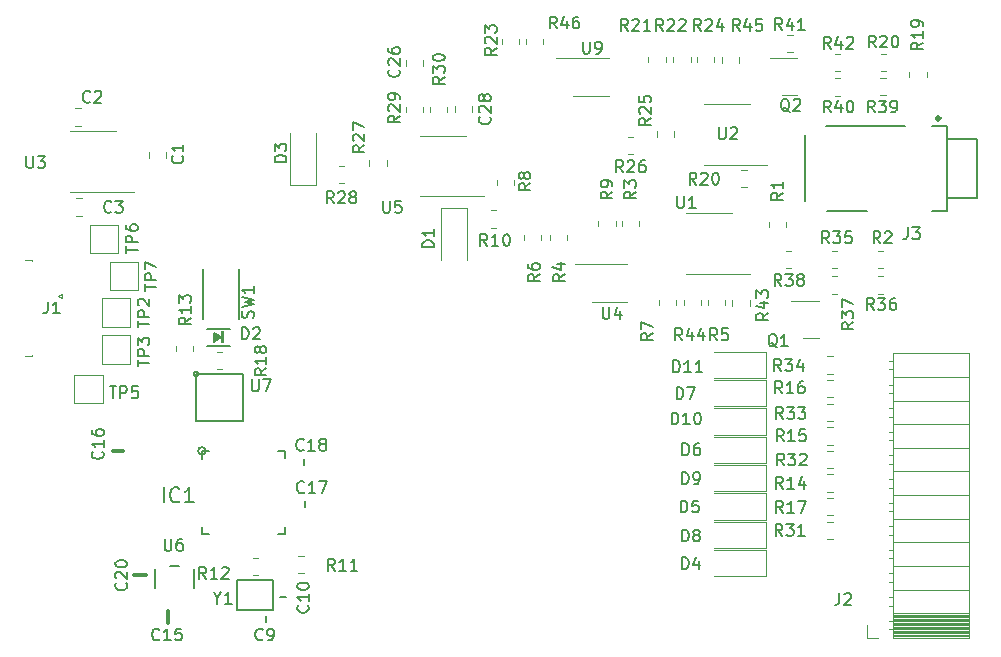
<source format=gbr>
%TF.GenerationSoftware,KiCad,Pcbnew,7.0.3*%
%TF.CreationDate,2023-06-15T19:17:25+02:00*%
%TF.ProjectId,osc_v2,6f73635f-7632-42e6-9b69-6361645f7063,rev?*%
%TF.SameCoordinates,PX4300198PY9aaf9c0*%
%TF.FileFunction,Legend,Top*%
%TF.FilePolarity,Positive*%
%FSLAX46Y46*%
G04 Gerber Fmt 4.6, Leading zero omitted, Abs format (unit mm)*
G04 Created by KiCad (PCBNEW 7.0.3) date 2023-06-15 19:17:25*
%MOMM*%
%LPD*%
G01*
G04 APERTURE LIST*
%ADD10C,0.150000*%
%ADD11C,0.120000*%
%ADD12C,0.127000*%
%ADD13C,0.203200*%
%ADD14C,0.304800*%
%ADD15C,0.152400*%
%ADD16C,0.300000*%
G04 APERTURE END LIST*
D10*
%TO.C,J2*%
X70165350Y5945181D02*
X70165350Y5230896D01*
X70165350Y5230896D02*
X70117731Y5088039D01*
X70117731Y5088039D02*
X70022493Y4992800D01*
X70022493Y4992800D02*
X69879636Y4945181D01*
X69879636Y4945181D02*
X69784398Y4945181D01*
X70593922Y5849943D02*
X70641541Y5897562D01*
X70641541Y5897562D02*
X70736779Y5945181D01*
X70736779Y5945181D02*
X70974874Y5945181D01*
X70974874Y5945181D02*
X71070112Y5897562D01*
X71070112Y5897562D02*
X71117731Y5849943D01*
X71117731Y5849943D02*
X71165350Y5754705D01*
X71165350Y5754705D02*
X71165350Y5659467D01*
X71165350Y5659467D02*
X71117731Y5516610D01*
X71117731Y5516610D02*
X70546303Y4945181D01*
X70546303Y4945181D02*
X71165350Y4945181D01*
%TO.C,R11*%
X27455826Y7845181D02*
X27122493Y8321372D01*
X26884398Y7845181D02*
X26884398Y8845181D01*
X26884398Y8845181D02*
X27265350Y8845181D01*
X27265350Y8845181D02*
X27360588Y8797562D01*
X27360588Y8797562D02*
X27408207Y8749943D01*
X27408207Y8749943D02*
X27455826Y8654705D01*
X27455826Y8654705D02*
X27455826Y8511848D01*
X27455826Y8511848D02*
X27408207Y8416610D01*
X27408207Y8416610D02*
X27360588Y8368991D01*
X27360588Y8368991D02*
X27265350Y8321372D01*
X27265350Y8321372D02*
X26884398Y8321372D01*
X28408207Y7845181D02*
X27836779Y7845181D01*
X28122493Y7845181D02*
X28122493Y8845181D01*
X28122493Y8845181D02*
X28027255Y8702324D01*
X28027255Y8702324D02*
X27932017Y8607086D01*
X27932017Y8607086D02*
X27836779Y8559467D01*
X29360588Y7845181D02*
X28789160Y7845181D01*
X29074874Y7845181D02*
X29074874Y8845181D01*
X29074874Y8845181D02*
X28979636Y8702324D01*
X28979636Y8702324D02*
X28884398Y8607086D01*
X28884398Y8607086D02*
X28789160Y8559467D01*
%TO.C,C28*%
X40559580Y46255827D02*
X40607200Y46208208D01*
X40607200Y46208208D02*
X40654819Y46065351D01*
X40654819Y46065351D02*
X40654819Y45970113D01*
X40654819Y45970113D02*
X40607200Y45827256D01*
X40607200Y45827256D02*
X40511961Y45732018D01*
X40511961Y45732018D02*
X40416723Y45684399D01*
X40416723Y45684399D02*
X40226247Y45636780D01*
X40226247Y45636780D02*
X40083390Y45636780D01*
X40083390Y45636780D02*
X39892914Y45684399D01*
X39892914Y45684399D02*
X39797676Y45732018D01*
X39797676Y45732018D02*
X39702438Y45827256D01*
X39702438Y45827256D02*
X39654819Y45970113D01*
X39654819Y45970113D02*
X39654819Y46065351D01*
X39654819Y46065351D02*
X39702438Y46208208D01*
X39702438Y46208208D02*
X39750057Y46255827D01*
X39750057Y46636780D02*
X39702438Y46684399D01*
X39702438Y46684399D02*
X39654819Y46779637D01*
X39654819Y46779637D02*
X39654819Y47017732D01*
X39654819Y47017732D02*
X39702438Y47112970D01*
X39702438Y47112970D02*
X39750057Y47160589D01*
X39750057Y47160589D02*
X39845295Y47208208D01*
X39845295Y47208208D02*
X39940533Y47208208D01*
X39940533Y47208208D02*
X40083390Y47160589D01*
X40083390Y47160589D02*
X40654819Y46589161D01*
X40654819Y46589161D02*
X40654819Y47208208D01*
X40083390Y47779637D02*
X40035771Y47684399D01*
X40035771Y47684399D02*
X39988152Y47636780D01*
X39988152Y47636780D02*
X39892914Y47589161D01*
X39892914Y47589161D02*
X39845295Y47589161D01*
X39845295Y47589161D02*
X39750057Y47636780D01*
X39750057Y47636780D02*
X39702438Y47684399D01*
X39702438Y47684399D02*
X39654819Y47779637D01*
X39654819Y47779637D02*
X39654819Y47970113D01*
X39654819Y47970113D02*
X39702438Y48065351D01*
X39702438Y48065351D02*
X39750057Y48112970D01*
X39750057Y48112970D02*
X39845295Y48160589D01*
X39845295Y48160589D02*
X39892914Y48160589D01*
X39892914Y48160589D02*
X39988152Y48112970D01*
X39988152Y48112970D02*
X40035771Y48065351D01*
X40035771Y48065351D02*
X40083390Y47970113D01*
X40083390Y47970113D02*
X40083390Y47779637D01*
X40083390Y47779637D02*
X40131009Y47684399D01*
X40131009Y47684399D02*
X40178628Y47636780D01*
X40178628Y47636780D02*
X40273866Y47589161D01*
X40273866Y47589161D02*
X40464342Y47589161D01*
X40464342Y47589161D02*
X40559580Y47636780D01*
X40559580Y47636780D02*
X40607200Y47684399D01*
X40607200Y47684399D02*
X40654819Y47779637D01*
X40654819Y47779637D02*
X40654819Y47970113D01*
X40654819Y47970113D02*
X40607200Y48065351D01*
X40607200Y48065351D02*
X40559580Y48112970D01*
X40559580Y48112970D02*
X40464342Y48160589D01*
X40464342Y48160589D02*
X40273866Y48160589D01*
X40273866Y48160589D02*
X40178628Y48112970D01*
X40178628Y48112970D02*
X40131009Y48065351D01*
X40131009Y48065351D02*
X40083390Y47970113D01*
%TO.C,R43*%
X64154819Y29655827D02*
X63678628Y29322494D01*
X64154819Y29084399D02*
X63154819Y29084399D01*
X63154819Y29084399D02*
X63154819Y29465351D01*
X63154819Y29465351D02*
X63202438Y29560589D01*
X63202438Y29560589D02*
X63250057Y29608208D01*
X63250057Y29608208D02*
X63345295Y29655827D01*
X63345295Y29655827D02*
X63488152Y29655827D01*
X63488152Y29655827D02*
X63583390Y29608208D01*
X63583390Y29608208D02*
X63631009Y29560589D01*
X63631009Y29560589D02*
X63678628Y29465351D01*
X63678628Y29465351D02*
X63678628Y29084399D01*
X63488152Y30512970D02*
X64154819Y30512970D01*
X63107200Y30274875D02*
X63821485Y30036780D01*
X63821485Y30036780D02*
X63821485Y30655827D01*
X63154819Y30941542D02*
X63154819Y31560589D01*
X63154819Y31560589D02*
X63535771Y31227256D01*
X63535771Y31227256D02*
X63535771Y31370113D01*
X63535771Y31370113D02*
X63583390Y31465351D01*
X63583390Y31465351D02*
X63631009Y31512970D01*
X63631009Y31512970D02*
X63726247Y31560589D01*
X63726247Y31560589D02*
X63964342Y31560589D01*
X63964342Y31560589D02*
X64059580Y31512970D01*
X64059580Y31512970D02*
X64107200Y31465351D01*
X64107200Y31465351D02*
X64154819Y31370113D01*
X64154819Y31370113D02*
X64154819Y31084399D01*
X64154819Y31084399D02*
X64107200Y30989161D01*
X64107200Y30989161D02*
X64059580Y30941542D01*
%TO.C,R13*%
X15254819Y29255827D02*
X14778628Y28922494D01*
X15254819Y28684399D02*
X14254819Y28684399D01*
X14254819Y28684399D02*
X14254819Y29065351D01*
X14254819Y29065351D02*
X14302438Y29160589D01*
X14302438Y29160589D02*
X14350057Y29208208D01*
X14350057Y29208208D02*
X14445295Y29255827D01*
X14445295Y29255827D02*
X14588152Y29255827D01*
X14588152Y29255827D02*
X14683390Y29208208D01*
X14683390Y29208208D02*
X14731009Y29160589D01*
X14731009Y29160589D02*
X14778628Y29065351D01*
X14778628Y29065351D02*
X14778628Y28684399D01*
X15254819Y30208208D02*
X15254819Y29636780D01*
X15254819Y29922494D02*
X14254819Y29922494D01*
X14254819Y29922494D02*
X14397676Y29827256D01*
X14397676Y29827256D02*
X14492914Y29732018D01*
X14492914Y29732018D02*
X14540533Y29636780D01*
X14254819Y30541542D02*
X14254819Y31160589D01*
X14254819Y31160589D02*
X14635771Y30827256D01*
X14635771Y30827256D02*
X14635771Y30970113D01*
X14635771Y30970113D02*
X14683390Y31065351D01*
X14683390Y31065351D02*
X14731009Y31112970D01*
X14731009Y31112970D02*
X14826247Y31160589D01*
X14826247Y31160589D02*
X15064342Y31160589D01*
X15064342Y31160589D02*
X15159580Y31112970D01*
X15159580Y31112970D02*
X15207200Y31065351D01*
X15207200Y31065351D02*
X15254819Y30970113D01*
X15254819Y30970113D02*
X15254819Y30684399D01*
X15254819Y30684399D02*
X15207200Y30589161D01*
X15207200Y30589161D02*
X15159580Y30541542D01*
%TO.C,U2*%
X59966779Y45375181D02*
X59966779Y44565658D01*
X59966779Y44565658D02*
X60014398Y44470420D01*
X60014398Y44470420D02*
X60062017Y44422800D01*
X60062017Y44422800D02*
X60157255Y44375181D01*
X60157255Y44375181D02*
X60347731Y44375181D01*
X60347731Y44375181D02*
X60442969Y44422800D01*
X60442969Y44422800D02*
X60490588Y44470420D01*
X60490588Y44470420D02*
X60538207Y44565658D01*
X60538207Y44565658D02*
X60538207Y45375181D01*
X60966779Y45279943D02*
X61014398Y45327562D01*
X61014398Y45327562D02*
X61109636Y45375181D01*
X61109636Y45375181D02*
X61347731Y45375181D01*
X61347731Y45375181D02*
X61442969Y45327562D01*
X61442969Y45327562D02*
X61490588Y45279943D01*
X61490588Y45279943D02*
X61538207Y45184705D01*
X61538207Y45184705D02*
X61538207Y45089467D01*
X61538207Y45089467D02*
X61490588Y44946610D01*
X61490588Y44946610D02*
X60919160Y44375181D01*
X60919160Y44375181D02*
X61538207Y44375181D01*
%TO.C,R41*%
X65335826Y53615181D02*
X65002493Y54091372D01*
X64764398Y53615181D02*
X64764398Y54615181D01*
X64764398Y54615181D02*
X65145350Y54615181D01*
X65145350Y54615181D02*
X65240588Y54567562D01*
X65240588Y54567562D02*
X65288207Y54519943D01*
X65288207Y54519943D02*
X65335826Y54424705D01*
X65335826Y54424705D02*
X65335826Y54281848D01*
X65335826Y54281848D02*
X65288207Y54186610D01*
X65288207Y54186610D02*
X65240588Y54138991D01*
X65240588Y54138991D02*
X65145350Y54091372D01*
X65145350Y54091372D02*
X64764398Y54091372D01*
X66192969Y54281848D02*
X66192969Y53615181D01*
X65954874Y54662800D02*
X65716779Y53948515D01*
X65716779Y53948515D02*
X66335826Y53948515D01*
X67240588Y53615181D02*
X66669160Y53615181D01*
X66954874Y53615181D02*
X66954874Y54615181D01*
X66954874Y54615181D02*
X66859636Y54472324D01*
X66859636Y54472324D02*
X66764398Y54377086D01*
X66764398Y54377086D02*
X66669160Y54329467D01*
%TO.C,Q2*%
X65955945Y46689943D02*
X65860707Y46737562D01*
X65860707Y46737562D02*
X65765469Y46832800D01*
X65765469Y46832800D02*
X65622612Y46975658D01*
X65622612Y46975658D02*
X65527374Y47023277D01*
X65527374Y47023277D02*
X65432136Y47023277D01*
X65479755Y46785181D02*
X65384517Y46832800D01*
X65384517Y46832800D02*
X65289279Y46928039D01*
X65289279Y46928039D02*
X65241660Y47118515D01*
X65241660Y47118515D02*
X65241660Y47451848D01*
X65241660Y47451848D02*
X65289279Y47642324D01*
X65289279Y47642324D02*
X65384517Y47737562D01*
X65384517Y47737562D02*
X65479755Y47785181D01*
X65479755Y47785181D02*
X65670231Y47785181D01*
X65670231Y47785181D02*
X65765469Y47737562D01*
X65765469Y47737562D02*
X65860707Y47642324D01*
X65860707Y47642324D02*
X65908326Y47451848D01*
X65908326Y47451848D02*
X65908326Y47118515D01*
X65908326Y47118515D02*
X65860707Y46928039D01*
X65860707Y46928039D02*
X65765469Y46832800D01*
X65765469Y46832800D02*
X65670231Y46785181D01*
X65670231Y46785181D02*
X65479755Y46785181D01*
X66289279Y47689943D02*
X66336898Y47737562D01*
X66336898Y47737562D02*
X66432136Y47785181D01*
X66432136Y47785181D02*
X66670231Y47785181D01*
X66670231Y47785181D02*
X66765469Y47737562D01*
X66765469Y47737562D02*
X66813088Y47689943D01*
X66813088Y47689943D02*
X66860707Y47594705D01*
X66860707Y47594705D02*
X66860707Y47499467D01*
X66860707Y47499467D02*
X66813088Y47356610D01*
X66813088Y47356610D02*
X66241660Y46785181D01*
X66241660Y46785181D02*
X66860707Y46785181D01*
%TO.C,D8*%
X56840589Y10315181D02*
X56840589Y11315181D01*
X56840589Y11315181D02*
X57078684Y11315181D01*
X57078684Y11315181D02*
X57221541Y11267562D01*
X57221541Y11267562D02*
X57316779Y11172324D01*
X57316779Y11172324D02*
X57364398Y11077086D01*
X57364398Y11077086D02*
X57412017Y10886610D01*
X57412017Y10886610D02*
X57412017Y10743753D01*
X57412017Y10743753D02*
X57364398Y10553277D01*
X57364398Y10553277D02*
X57316779Y10458039D01*
X57316779Y10458039D02*
X57221541Y10362800D01*
X57221541Y10362800D02*
X57078684Y10315181D01*
X57078684Y10315181D02*
X56840589Y10315181D01*
X57983446Y10886610D02*
X57888208Y10934229D01*
X57888208Y10934229D02*
X57840589Y10981848D01*
X57840589Y10981848D02*
X57792970Y11077086D01*
X57792970Y11077086D02*
X57792970Y11124705D01*
X57792970Y11124705D02*
X57840589Y11219943D01*
X57840589Y11219943D02*
X57888208Y11267562D01*
X57888208Y11267562D02*
X57983446Y11315181D01*
X57983446Y11315181D02*
X58173922Y11315181D01*
X58173922Y11315181D02*
X58269160Y11267562D01*
X58269160Y11267562D02*
X58316779Y11219943D01*
X58316779Y11219943D02*
X58364398Y11124705D01*
X58364398Y11124705D02*
X58364398Y11077086D01*
X58364398Y11077086D02*
X58316779Y10981848D01*
X58316779Y10981848D02*
X58269160Y10934229D01*
X58269160Y10934229D02*
X58173922Y10886610D01*
X58173922Y10886610D02*
X57983446Y10886610D01*
X57983446Y10886610D02*
X57888208Y10838991D01*
X57888208Y10838991D02*
X57840589Y10791372D01*
X57840589Y10791372D02*
X57792970Y10696134D01*
X57792970Y10696134D02*
X57792970Y10505658D01*
X57792970Y10505658D02*
X57840589Y10410420D01*
X57840589Y10410420D02*
X57888208Y10362800D01*
X57888208Y10362800D02*
X57983446Y10315181D01*
X57983446Y10315181D02*
X58173922Y10315181D01*
X58173922Y10315181D02*
X58269160Y10362800D01*
X58269160Y10362800D02*
X58316779Y10410420D01*
X58316779Y10410420D02*
X58364398Y10505658D01*
X58364398Y10505658D02*
X58364398Y10696134D01*
X58364398Y10696134D02*
X58316779Y10791372D01*
X58316779Y10791372D02*
X58269160Y10838991D01*
X58269160Y10838991D02*
X58173922Y10886610D01*
%TO.C,R18*%
X21654819Y24955827D02*
X21178628Y24622494D01*
X21654819Y24384399D02*
X20654819Y24384399D01*
X20654819Y24384399D02*
X20654819Y24765351D01*
X20654819Y24765351D02*
X20702438Y24860589D01*
X20702438Y24860589D02*
X20750057Y24908208D01*
X20750057Y24908208D02*
X20845295Y24955827D01*
X20845295Y24955827D02*
X20988152Y24955827D01*
X20988152Y24955827D02*
X21083390Y24908208D01*
X21083390Y24908208D02*
X21131009Y24860589D01*
X21131009Y24860589D02*
X21178628Y24765351D01*
X21178628Y24765351D02*
X21178628Y24384399D01*
X21654819Y25908208D02*
X21654819Y25336780D01*
X21654819Y25622494D02*
X20654819Y25622494D01*
X20654819Y25622494D02*
X20797676Y25527256D01*
X20797676Y25527256D02*
X20892914Y25432018D01*
X20892914Y25432018D02*
X20940533Y25336780D01*
X21083390Y26479637D02*
X21035771Y26384399D01*
X21035771Y26384399D02*
X20988152Y26336780D01*
X20988152Y26336780D02*
X20892914Y26289161D01*
X20892914Y26289161D02*
X20845295Y26289161D01*
X20845295Y26289161D02*
X20750057Y26336780D01*
X20750057Y26336780D02*
X20702438Y26384399D01*
X20702438Y26384399D02*
X20654819Y26479637D01*
X20654819Y26479637D02*
X20654819Y26670113D01*
X20654819Y26670113D02*
X20702438Y26765351D01*
X20702438Y26765351D02*
X20750057Y26812970D01*
X20750057Y26812970D02*
X20845295Y26860589D01*
X20845295Y26860589D02*
X20892914Y26860589D01*
X20892914Y26860589D02*
X20988152Y26812970D01*
X20988152Y26812970D02*
X21035771Y26765351D01*
X21035771Y26765351D02*
X21083390Y26670113D01*
X21083390Y26670113D02*
X21083390Y26479637D01*
X21083390Y26479637D02*
X21131009Y26384399D01*
X21131009Y26384399D02*
X21178628Y26336780D01*
X21178628Y26336780D02*
X21273866Y26289161D01*
X21273866Y26289161D02*
X21464342Y26289161D01*
X21464342Y26289161D02*
X21559580Y26336780D01*
X21559580Y26336780D02*
X21607200Y26384399D01*
X21607200Y26384399D02*
X21654819Y26479637D01*
X21654819Y26479637D02*
X21654819Y26670113D01*
X21654819Y26670113D02*
X21607200Y26765351D01*
X21607200Y26765351D02*
X21559580Y26812970D01*
X21559580Y26812970D02*
X21464342Y26860589D01*
X21464342Y26860589D02*
X21273866Y26860589D01*
X21273866Y26860589D02*
X21178628Y26812970D01*
X21178628Y26812970D02*
X21131009Y26765351D01*
X21131009Y26765351D02*
X21083390Y26670113D01*
%TO.C,U7*%
X20436779Y24030181D02*
X20436779Y23220658D01*
X20436779Y23220658D02*
X20484398Y23125420D01*
X20484398Y23125420D02*
X20532017Y23077800D01*
X20532017Y23077800D02*
X20627255Y23030181D01*
X20627255Y23030181D02*
X20817731Y23030181D01*
X20817731Y23030181D02*
X20912969Y23077800D01*
X20912969Y23077800D02*
X20960588Y23125420D01*
X20960588Y23125420D02*
X21008207Y23220658D01*
X21008207Y23220658D02*
X21008207Y24030181D01*
X21389160Y24030181D02*
X22055826Y24030181D01*
X22055826Y24030181D02*
X21627255Y23030181D01*
%TO.C,D2*%
X19584398Y27430181D02*
X19584398Y28430181D01*
X19584398Y28430181D02*
X19822493Y28430181D01*
X19822493Y28430181D02*
X19965350Y28382562D01*
X19965350Y28382562D02*
X20060588Y28287324D01*
X20060588Y28287324D02*
X20108207Y28192086D01*
X20108207Y28192086D02*
X20155826Y28001610D01*
X20155826Y28001610D02*
X20155826Y27858753D01*
X20155826Y27858753D02*
X20108207Y27668277D01*
X20108207Y27668277D02*
X20060588Y27573039D01*
X20060588Y27573039D02*
X19965350Y27477800D01*
X19965350Y27477800D02*
X19822493Y27430181D01*
X19822493Y27430181D02*
X19584398Y27430181D01*
X20536779Y28334943D02*
X20584398Y28382562D01*
X20584398Y28382562D02*
X20679636Y28430181D01*
X20679636Y28430181D02*
X20917731Y28430181D01*
X20917731Y28430181D02*
X21012969Y28382562D01*
X21012969Y28382562D02*
X21060588Y28334943D01*
X21060588Y28334943D02*
X21108207Y28239705D01*
X21108207Y28239705D02*
X21108207Y28144467D01*
X21108207Y28144467D02*
X21060588Y28001610D01*
X21060588Y28001610D02*
X20489160Y27430181D01*
X20489160Y27430181D02*
X21108207Y27430181D01*
%TO.C,R40*%
X69455826Y46645181D02*
X69122493Y47121372D01*
X68884398Y46645181D02*
X68884398Y47645181D01*
X68884398Y47645181D02*
X69265350Y47645181D01*
X69265350Y47645181D02*
X69360588Y47597562D01*
X69360588Y47597562D02*
X69408207Y47549943D01*
X69408207Y47549943D02*
X69455826Y47454705D01*
X69455826Y47454705D02*
X69455826Y47311848D01*
X69455826Y47311848D02*
X69408207Y47216610D01*
X69408207Y47216610D02*
X69360588Y47168991D01*
X69360588Y47168991D02*
X69265350Y47121372D01*
X69265350Y47121372D02*
X68884398Y47121372D01*
X70312969Y47311848D02*
X70312969Y46645181D01*
X70074874Y47692800D02*
X69836779Y46978515D01*
X69836779Y46978515D02*
X70455826Y46978515D01*
X71027255Y47645181D02*
X71122493Y47645181D01*
X71122493Y47645181D02*
X71217731Y47597562D01*
X71217731Y47597562D02*
X71265350Y47549943D01*
X71265350Y47549943D02*
X71312969Y47454705D01*
X71312969Y47454705D02*
X71360588Y47264229D01*
X71360588Y47264229D02*
X71360588Y47026134D01*
X71360588Y47026134D02*
X71312969Y46835658D01*
X71312969Y46835658D02*
X71265350Y46740420D01*
X71265350Y46740420D02*
X71217731Y46692800D01*
X71217731Y46692800D02*
X71122493Y46645181D01*
X71122493Y46645181D02*
X71027255Y46645181D01*
X71027255Y46645181D02*
X70932017Y46692800D01*
X70932017Y46692800D02*
X70884398Y46740420D01*
X70884398Y46740420D02*
X70836779Y46835658D01*
X70836779Y46835658D02*
X70789160Y47026134D01*
X70789160Y47026134D02*
X70789160Y47264229D01*
X70789160Y47264229D02*
X70836779Y47454705D01*
X70836779Y47454705D02*
X70884398Y47549943D01*
X70884398Y47549943D02*
X70932017Y47597562D01*
X70932017Y47597562D02*
X71027255Y47645181D01*
%TO.C,C9*%
X21355826Y2025420D02*
X21308207Y1977800D01*
X21308207Y1977800D02*
X21165350Y1930181D01*
X21165350Y1930181D02*
X21070112Y1930181D01*
X21070112Y1930181D02*
X20927255Y1977800D01*
X20927255Y1977800D02*
X20832017Y2073039D01*
X20832017Y2073039D02*
X20784398Y2168277D01*
X20784398Y2168277D02*
X20736779Y2358753D01*
X20736779Y2358753D02*
X20736779Y2501610D01*
X20736779Y2501610D02*
X20784398Y2692086D01*
X20784398Y2692086D02*
X20832017Y2787324D01*
X20832017Y2787324D02*
X20927255Y2882562D01*
X20927255Y2882562D02*
X21070112Y2930181D01*
X21070112Y2930181D02*
X21165350Y2930181D01*
X21165350Y2930181D02*
X21308207Y2882562D01*
X21308207Y2882562D02*
X21355826Y2834943D01*
X21832017Y1930181D02*
X22022493Y1930181D01*
X22022493Y1930181D02*
X22117731Y1977800D01*
X22117731Y1977800D02*
X22165350Y2025420D01*
X22165350Y2025420D02*
X22260588Y2168277D01*
X22260588Y2168277D02*
X22308207Y2358753D01*
X22308207Y2358753D02*
X22308207Y2739705D01*
X22308207Y2739705D02*
X22260588Y2834943D01*
X22260588Y2834943D02*
X22212969Y2882562D01*
X22212969Y2882562D02*
X22117731Y2930181D01*
X22117731Y2930181D02*
X21927255Y2930181D01*
X21927255Y2930181D02*
X21832017Y2882562D01*
X21832017Y2882562D02*
X21784398Y2834943D01*
X21784398Y2834943D02*
X21736779Y2739705D01*
X21736779Y2739705D02*
X21736779Y2501610D01*
X21736779Y2501610D02*
X21784398Y2406372D01*
X21784398Y2406372D02*
X21832017Y2358753D01*
X21832017Y2358753D02*
X21927255Y2311134D01*
X21927255Y2311134D02*
X22117731Y2311134D01*
X22117731Y2311134D02*
X22212969Y2358753D01*
X22212969Y2358753D02*
X22260588Y2406372D01*
X22260588Y2406372D02*
X22308207Y2501610D01*
%TO.C,TP7*%
X11354819Y31536780D02*
X11354819Y32108208D01*
X12354819Y31822494D02*
X11354819Y31822494D01*
X12354819Y32441542D02*
X11354819Y32441542D01*
X11354819Y32441542D02*
X11354819Y32822494D01*
X11354819Y32822494D02*
X11402438Y32917732D01*
X11402438Y32917732D02*
X11450057Y32965351D01*
X11450057Y32965351D02*
X11545295Y33012970D01*
X11545295Y33012970D02*
X11688152Y33012970D01*
X11688152Y33012970D02*
X11783390Y32965351D01*
X11783390Y32965351D02*
X11831009Y32917732D01*
X11831009Y32917732D02*
X11878628Y32822494D01*
X11878628Y32822494D02*
X11878628Y32441542D01*
X11354819Y33346304D02*
X11354819Y34012970D01*
X11354819Y34012970D02*
X12354819Y33584399D01*
%TO.C,Q1*%
X64903445Y26749943D02*
X64808207Y26797562D01*
X64808207Y26797562D02*
X64712969Y26892800D01*
X64712969Y26892800D02*
X64570112Y27035658D01*
X64570112Y27035658D02*
X64474874Y27083277D01*
X64474874Y27083277D02*
X64379636Y27083277D01*
X64427255Y26845181D02*
X64332017Y26892800D01*
X64332017Y26892800D02*
X64236779Y26988039D01*
X64236779Y26988039D02*
X64189160Y27178515D01*
X64189160Y27178515D02*
X64189160Y27511848D01*
X64189160Y27511848D02*
X64236779Y27702324D01*
X64236779Y27702324D02*
X64332017Y27797562D01*
X64332017Y27797562D02*
X64427255Y27845181D01*
X64427255Y27845181D02*
X64617731Y27845181D01*
X64617731Y27845181D02*
X64712969Y27797562D01*
X64712969Y27797562D02*
X64808207Y27702324D01*
X64808207Y27702324D02*
X64855826Y27511848D01*
X64855826Y27511848D02*
X64855826Y27178515D01*
X64855826Y27178515D02*
X64808207Y26988039D01*
X64808207Y26988039D02*
X64712969Y26892800D01*
X64712969Y26892800D02*
X64617731Y26845181D01*
X64617731Y26845181D02*
X64427255Y26845181D01*
X65808207Y26845181D02*
X65236779Y26845181D01*
X65522493Y26845181D02*
X65522493Y27845181D01*
X65522493Y27845181D02*
X65427255Y27702324D01*
X65427255Y27702324D02*
X65332017Y27607086D01*
X65332017Y27607086D02*
X65236779Y27559467D01*
%TO.C,R22*%
X55255826Y53545181D02*
X54922493Y54021372D01*
X54684398Y53545181D02*
X54684398Y54545181D01*
X54684398Y54545181D02*
X55065350Y54545181D01*
X55065350Y54545181D02*
X55160588Y54497562D01*
X55160588Y54497562D02*
X55208207Y54449943D01*
X55208207Y54449943D02*
X55255826Y54354705D01*
X55255826Y54354705D02*
X55255826Y54211848D01*
X55255826Y54211848D02*
X55208207Y54116610D01*
X55208207Y54116610D02*
X55160588Y54068991D01*
X55160588Y54068991D02*
X55065350Y54021372D01*
X55065350Y54021372D02*
X54684398Y54021372D01*
X55636779Y54449943D02*
X55684398Y54497562D01*
X55684398Y54497562D02*
X55779636Y54545181D01*
X55779636Y54545181D02*
X56017731Y54545181D01*
X56017731Y54545181D02*
X56112969Y54497562D01*
X56112969Y54497562D02*
X56160588Y54449943D01*
X56160588Y54449943D02*
X56208207Y54354705D01*
X56208207Y54354705D02*
X56208207Y54259467D01*
X56208207Y54259467D02*
X56160588Y54116610D01*
X56160588Y54116610D02*
X55589160Y53545181D01*
X55589160Y53545181D02*
X56208207Y53545181D01*
X56589160Y54449943D02*
X56636779Y54497562D01*
X56636779Y54497562D02*
X56732017Y54545181D01*
X56732017Y54545181D02*
X56970112Y54545181D01*
X56970112Y54545181D02*
X57065350Y54497562D01*
X57065350Y54497562D02*
X57112969Y54449943D01*
X57112969Y54449943D02*
X57160588Y54354705D01*
X57160588Y54354705D02*
X57160588Y54259467D01*
X57160588Y54259467D02*
X57112969Y54116610D01*
X57112969Y54116610D02*
X56541541Y53545181D01*
X56541541Y53545181D02*
X57160588Y53545181D01*
%TO.C,R2*%
X73642017Y35565181D02*
X73308684Y36041372D01*
X73070589Y35565181D02*
X73070589Y36565181D01*
X73070589Y36565181D02*
X73451541Y36565181D01*
X73451541Y36565181D02*
X73546779Y36517562D01*
X73546779Y36517562D02*
X73594398Y36469943D01*
X73594398Y36469943D02*
X73642017Y36374705D01*
X73642017Y36374705D02*
X73642017Y36231848D01*
X73642017Y36231848D02*
X73594398Y36136610D01*
X73594398Y36136610D02*
X73546779Y36088991D01*
X73546779Y36088991D02*
X73451541Y36041372D01*
X73451541Y36041372D02*
X73070589Y36041372D01*
X74022970Y36469943D02*
X74070589Y36517562D01*
X74070589Y36517562D02*
X74165827Y36565181D01*
X74165827Y36565181D02*
X74403922Y36565181D01*
X74403922Y36565181D02*
X74499160Y36517562D01*
X74499160Y36517562D02*
X74546779Y36469943D01*
X74546779Y36469943D02*
X74594398Y36374705D01*
X74594398Y36374705D02*
X74594398Y36279467D01*
X74594398Y36279467D02*
X74546779Y36136610D01*
X74546779Y36136610D02*
X73975351Y35565181D01*
X73975351Y35565181D02*
X74594398Y35565181D01*
%TO.C,R23*%
X41144819Y52105827D02*
X40668628Y51772494D01*
X41144819Y51534399D02*
X40144819Y51534399D01*
X40144819Y51534399D02*
X40144819Y51915351D01*
X40144819Y51915351D02*
X40192438Y52010589D01*
X40192438Y52010589D02*
X40240057Y52058208D01*
X40240057Y52058208D02*
X40335295Y52105827D01*
X40335295Y52105827D02*
X40478152Y52105827D01*
X40478152Y52105827D02*
X40573390Y52058208D01*
X40573390Y52058208D02*
X40621009Y52010589D01*
X40621009Y52010589D02*
X40668628Y51915351D01*
X40668628Y51915351D02*
X40668628Y51534399D01*
X40240057Y52486780D02*
X40192438Y52534399D01*
X40192438Y52534399D02*
X40144819Y52629637D01*
X40144819Y52629637D02*
X40144819Y52867732D01*
X40144819Y52867732D02*
X40192438Y52962970D01*
X40192438Y52962970D02*
X40240057Y53010589D01*
X40240057Y53010589D02*
X40335295Y53058208D01*
X40335295Y53058208D02*
X40430533Y53058208D01*
X40430533Y53058208D02*
X40573390Y53010589D01*
X40573390Y53010589D02*
X41144819Y52439161D01*
X41144819Y52439161D02*
X41144819Y53058208D01*
X40144819Y53391542D02*
X40144819Y54010589D01*
X40144819Y54010589D02*
X40525771Y53677256D01*
X40525771Y53677256D02*
X40525771Y53820113D01*
X40525771Y53820113D02*
X40573390Y53915351D01*
X40573390Y53915351D02*
X40621009Y53962970D01*
X40621009Y53962970D02*
X40716247Y54010589D01*
X40716247Y54010589D02*
X40954342Y54010589D01*
X40954342Y54010589D02*
X41049580Y53962970D01*
X41049580Y53962970D02*
X41097200Y53915351D01*
X41097200Y53915351D02*
X41144819Y53820113D01*
X41144819Y53820113D02*
X41144819Y53534399D01*
X41144819Y53534399D02*
X41097200Y53439161D01*
X41097200Y53439161D02*
X41049580Y53391542D01*
%TO.C,R42*%
X69455826Y52045181D02*
X69122493Y52521372D01*
X68884398Y52045181D02*
X68884398Y53045181D01*
X68884398Y53045181D02*
X69265350Y53045181D01*
X69265350Y53045181D02*
X69360588Y52997562D01*
X69360588Y52997562D02*
X69408207Y52949943D01*
X69408207Y52949943D02*
X69455826Y52854705D01*
X69455826Y52854705D02*
X69455826Y52711848D01*
X69455826Y52711848D02*
X69408207Y52616610D01*
X69408207Y52616610D02*
X69360588Y52568991D01*
X69360588Y52568991D02*
X69265350Y52521372D01*
X69265350Y52521372D02*
X68884398Y52521372D01*
X70312969Y52711848D02*
X70312969Y52045181D01*
X70074874Y53092800D02*
X69836779Y52378515D01*
X69836779Y52378515D02*
X70455826Y52378515D01*
X70789160Y52949943D02*
X70836779Y52997562D01*
X70836779Y52997562D02*
X70932017Y53045181D01*
X70932017Y53045181D02*
X71170112Y53045181D01*
X71170112Y53045181D02*
X71265350Y52997562D01*
X71265350Y52997562D02*
X71312969Y52949943D01*
X71312969Y52949943D02*
X71360588Y52854705D01*
X71360588Y52854705D02*
X71360588Y52759467D01*
X71360588Y52759467D02*
X71312969Y52616610D01*
X71312969Y52616610D02*
X70741541Y52045181D01*
X70741541Y52045181D02*
X71360588Y52045181D01*
%TO.C,U1*%
X56436779Y39545181D02*
X56436779Y38735658D01*
X56436779Y38735658D02*
X56484398Y38640420D01*
X56484398Y38640420D02*
X56532017Y38592800D01*
X56532017Y38592800D02*
X56627255Y38545181D01*
X56627255Y38545181D02*
X56817731Y38545181D01*
X56817731Y38545181D02*
X56912969Y38592800D01*
X56912969Y38592800D02*
X56960588Y38640420D01*
X56960588Y38640420D02*
X57008207Y38735658D01*
X57008207Y38735658D02*
X57008207Y39545181D01*
X58008207Y38545181D02*
X57436779Y38545181D01*
X57722493Y38545181D02*
X57722493Y39545181D01*
X57722493Y39545181D02*
X57627255Y39402324D01*
X57627255Y39402324D02*
X57532017Y39307086D01*
X57532017Y39307086D02*
X57436779Y39259467D01*
%TO.C,R7*%
X54354819Y27932018D02*
X53878628Y27598685D01*
X54354819Y27360590D02*
X53354819Y27360590D01*
X53354819Y27360590D02*
X53354819Y27741542D01*
X53354819Y27741542D02*
X53402438Y27836780D01*
X53402438Y27836780D02*
X53450057Y27884399D01*
X53450057Y27884399D02*
X53545295Y27932018D01*
X53545295Y27932018D02*
X53688152Y27932018D01*
X53688152Y27932018D02*
X53783390Y27884399D01*
X53783390Y27884399D02*
X53831009Y27836780D01*
X53831009Y27836780D02*
X53878628Y27741542D01*
X53878628Y27741542D02*
X53878628Y27360590D01*
X53354819Y28265352D02*
X53354819Y28932018D01*
X53354819Y28932018D02*
X54354819Y28503447D01*
%TO.C,C26*%
X32859580Y50255827D02*
X32907200Y50208208D01*
X32907200Y50208208D02*
X32954819Y50065351D01*
X32954819Y50065351D02*
X32954819Y49970113D01*
X32954819Y49970113D02*
X32907200Y49827256D01*
X32907200Y49827256D02*
X32811961Y49732018D01*
X32811961Y49732018D02*
X32716723Y49684399D01*
X32716723Y49684399D02*
X32526247Y49636780D01*
X32526247Y49636780D02*
X32383390Y49636780D01*
X32383390Y49636780D02*
X32192914Y49684399D01*
X32192914Y49684399D02*
X32097676Y49732018D01*
X32097676Y49732018D02*
X32002438Y49827256D01*
X32002438Y49827256D02*
X31954819Y49970113D01*
X31954819Y49970113D02*
X31954819Y50065351D01*
X31954819Y50065351D02*
X32002438Y50208208D01*
X32002438Y50208208D02*
X32050057Y50255827D01*
X32050057Y50636780D02*
X32002438Y50684399D01*
X32002438Y50684399D02*
X31954819Y50779637D01*
X31954819Y50779637D02*
X31954819Y51017732D01*
X31954819Y51017732D02*
X32002438Y51112970D01*
X32002438Y51112970D02*
X32050057Y51160589D01*
X32050057Y51160589D02*
X32145295Y51208208D01*
X32145295Y51208208D02*
X32240533Y51208208D01*
X32240533Y51208208D02*
X32383390Y51160589D01*
X32383390Y51160589D02*
X32954819Y50589161D01*
X32954819Y50589161D02*
X32954819Y51208208D01*
X31954819Y52065351D02*
X31954819Y51874875D01*
X31954819Y51874875D02*
X32002438Y51779637D01*
X32002438Y51779637D02*
X32050057Y51732018D01*
X32050057Y51732018D02*
X32192914Y51636780D01*
X32192914Y51636780D02*
X32383390Y51589161D01*
X32383390Y51589161D02*
X32764342Y51589161D01*
X32764342Y51589161D02*
X32859580Y51636780D01*
X32859580Y51636780D02*
X32907200Y51684399D01*
X32907200Y51684399D02*
X32954819Y51779637D01*
X32954819Y51779637D02*
X32954819Y51970113D01*
X32954819Y51970113D02*
X32907200Y52065351D01*
X32907200Y52065351D02*
X32859580Y52112970D01*
X32859580Y52112970D02*
X32764342Y52160589D01*
X32764342Y52160589D02*
X32526247Y52160589D01*
X32526247Y52160589D02*
X32431009Y52112970D01*
X32431009Y52112970D02*
X32383390Y52065351D01*
X32383390Y52065351D02*
X32335771Y51970113D01*
X32335771Y51970113D02*
X32335771Y51779637D01*
X32335771Y51779637D02*
X32383390Y51684399D01*
X32383390Y51684399D02*
X32431009Y51636780D01*
X32431009Y51636780D02*
X32526247Y51589161D01*
%TO.C,U4*%
X50136779Y30145181D02*
X50136779Y29335658D01*
X50136779Y29335658D02*
X50184398Y29240420D01*
X50184398Y29240420D02*
X50232017Y29192800D01*
X50232017Y29192800D02*
X50327255Y29145181D01*
X50327255Y29145181D02*
X50517731Y29145181D01*
X50517731Y29145181D02*
X50612969Y29192800D01*
X50612969Y29192800D02*
X50660588Y29240420D01*
X50660588Y29240420D02*
X50708207Y29335658D01*
X50708207Y29335658D02*
X50708207Y30145181D01*
X51612969Y29811848D02*
X51612969Y29145181D01*
X51374874Y30192800D02*
X51136779Y29478515D01*
X51136779Y29478515D02*
X51755826Y29478515D01*
%TO.C,D10*%
X55960112Y20225181D02*
X55960112Y21225181D01*
X55960112Y21225181D02*
X56198207Y21225181D01*
X56198207Y21225181D02*
X56341064Y21177562D01*
X56341064Y21177562D02*
X56436302Y21082324D01*
X56436302Y21082324D02*
X56483921Y20987086D01*
X56483921Y20987086D02*
X56531540Y20796610D01*
X56531540Y20796610D02*
X56531540Y20653753D01*
X56531540Y20653753D02*
X56483921Y20463277D01*
X56483921Y20463277D02*
X56436302Y20368039D01*
X56436302Y20368039D02*
X56341064Y20272800D01*
X56341064Y20272800D02*
X56198207Y20225181D01*
X56198207Y20225181D02*
X55960112Y20225181D01*
X57483921Y20225181D02*
X56912493Y20225181D01*
X57198207Y20225181D02*
X57198207Y21225181D01*
X57198207Y21225181D02*
X57102969Y21082324D01*
X57102969Y21082324D02*
X57007731Y20987086D01*
X57007731Y20987086D02*
X56912493Y20939467D01*
X58102969Y21225181D02*
X58198207Y21225181D01*
X58198207Y21225181D02*
X58293445Y21177562D01*
X58293445Y21177562D02*
X58341064Y21129943D01*
X58341064Y21129943D02*
X58388683Y21034705D01*
X58388683Y21034705D02*
X58436302Y20844229D01*
X58436302Y20844229D02*
X58436302Y20606134D01*
X58436302Y20606134D02*
X58388683Y20415658D01*
X58388683Y20415658D02*
X58341064Y20320420D01*
X58341064Y20320420D02*
X58293445Y20272800D01*
X58293445Y20272800D02*
X58198207Y20225181D01*
X58198207Y20225181D02*
X58102969Y20225181D01*
X58102969Y20225181D02*
X58007731Y20272800D01*
X58007731Y20272800D02*
X57960112Y20320420D01*
X57960112Y20320420D02*
X57912493Y20415658D01*
X57912493Y20415658D02*
X57864874Y20606134D01*
X57864874Y20606134D02*
X57864874Y20844229D01*
X57864874Y20844229D02*
X57912493Y21034705D01*
X57912493Y21034705D02*
X57960112Y21129943D01*
X57960112Y21129943D02*
X58007731Y21177562D01*
X58007731Y21177562D02*
X58102969Y21225181D01*
%TO.C,R17*%
X65395826Y12745181D02*
X65062493Y13221372D01*
X64824398Y12745181D02*
X64824398Y13745181D01*
X64824398Y13745181D02*
X65205350Y13745181D01*
X65205350Y13745181D02*
X65300588Y13697562D01*
X65300588Y13697562D02*
X65348207Y13649943D01*
X65348207Y13649943D02*
X65395826Y13554705D01*
X65395826Y13554705D02*
X65395826Y13411848D01*
X65395826Y13411848D02*
X65348207Y13316610D01*
X65348207Y13316610D02*
X65300588Y13268991D01*
X65300588Y13268991D02*
X65205350Y13221372D01*
X65205350Y13221372D02*
X64824398Y13221372D01*
X66348207Y12745181D02*
X65776779Y12745181D01*
X66062493Y12745181D02*
X66062493Y13745181D01*
X66062493Y13745181D02*
X65967255Y13602324D01*
X65967255Y13602324D02*
X65872017Y13507086D01*
X65872017Y13507086D02*
X65776779Y13459467D01*
X66681541Y13745181D02*
X67348207Y13745181D01*
X67348207Y13745181D02*
X66919636Y12745181D01*
%TO.C,R34*%
X65245826Y24745181D02*
X64912493Y25221372D01*
X64674398Y24745181D02*
X64674398Y25745181D01*
X64674398Y25745181D02*
X65055350Y25745181D01*
X65055350Y25745181D02*
X65150588Y25697562D01*
X65150588Y25697562D02*
X65198207Y25649943D01*
X65198207Y25649943D02*
X65245826Y25554705D01*
X65245826Y25554705D02*
X65245826Y25411848D01*
X65245826Y25411848D02*
X65198207Y25316610D01*
X65198207Y25316610D02*
X65150588Y25268991D01*
X65150588Y25268991D02*
X65055350Y25221372D01*
X65055350Y25221372D02*
X64674398Y25221372D01*
X65579160Y25745181D02*
X66198207Y25745181D01*
X66198207Y25745181D02*
X65864874Y25364229D01*
X65864874Y25364229D02*
X66007731Y25364229D01*
X66007731Y25364229D02*
X66102969Y25316610D01*
X66102969Y25316610D02*
X66150588Y25268991D01*
X66150588Y25268991D02*
X66198207Y25173753D01*
X66198207Y25173753D02*
X66198207Y24935658D01*
X66198207Y24935658D02*
X66150588Y24840420D01*
X66150588Y24840420D02*
X66102969Y24792800D01*
X66102969Y24792800D02*
X66007731Y24745181D01*
X66007731Y24745181D02*
X65722017Y24745181D01*
X65722017Y24745181D02*
X65626779Y24792800D01*
X65626779Y24792800D02*
X65579160Y24840420D01*
X67055350Y25411848D02*
X67055350Y24745181D01*
X66817255Y25792800D02*
X66579160Y25078515D01*
X66579160Y25078515D02*
X67198207Y25078515D01*
%TO.C,R27*%
X29954819Y43855827D02*
X29478628Y43522494D01*
X29954819Y43284399D02*
X28954819Y43284399D01*
X28954819Y43284399D02*
X28954819Y43665351D01*
X28954819Y43665351D02*
X29002438Y43760589D01*
X29002438Y43760589D02*
X29050057Y43808208D01*
X29050057Y43808208D02*
X29145295Y43855827D01*
X29145295Y43855827D02*
X29288152Y43855827D01*
X29288152Y43855827D02*
X29383390Y43808208D01*
X29383390Y43808208D02*
X29431009Y43760589D01*
X29431009Y43760589D02*
X29478628Y43665351D01*
X29478628Y43665351D02*
X29478628Y43284399D01*
X29050057Y44236780D02*
X29002438Y44284399D01*
X29002438Y44284399D02*
X28954819Y44379637D01*
X28954819Y44379637D02*
X28954819Y44617732D01*
X28954819Y44617732D02*
X29002438Y44712970D01*
X29002438Y44712970D02*
X29050057Y44760589D01*
X29050057Y44760589D02*
X29145295Y44808208D01*
X29145295Y44808208D02*
X29240533Y44808208D01*
X29240533Y44808208D02*
X29383390Y44760589D01*
X29383390Y44760589D02*
X29954819Y44189161D01*
X29954819Y44189161D02*
X29954819Y44808208D01*
X28954819Y45141542D02*
X28954819Y45808208D01*
X28954819Y45808208D02*
X29954819Y45379637D01*
%TO.C,D6*%
X56890589Y17615181D02*
X56890589Y18615181D01*
X56890589Y18615181D02*
X57128684Y18615181D01*
X57128684Y18615181D02*
X57271541Y18567562D01*
X57271541Y18567562D02*
X57366779Y18472324D01*
X57366779Y18472324D02*
X57414398Y18377086D01*
X57414398Y18377086D02*
X57462017Y18186610D01*
X57462017Y18186610D02*
X57462017Y18043753D01*
X57462017Y18043753D02*
X57414398Y17853277D01*
X57414398Y17853277D02*
X57366779Y17758039D01*
X57366779Y17758039D02*
X57271541Y17662800D01*
X57271541Y17662800D02*
X57128684Y17615181D01*
X57128684Y17615181D02*
X56890589Y17615181D01*
X58319160Y18615181D02*
X58128684Y18615181D01*
X58128684Y18615181D02*
X58033446Y18567562D01*
X58033446Y18567562D02*
X57985827Y18519943D01*
X57985827Y18519943D02*
X57890589Y18377086D01*
X57890589Y18377086D02*
X57842970Y18186610D01*
X57842970Y18186610D02*
X57842970Y17805658D01*
X57842970Y17805658D02*
X57890589Y17710420D01*
X57890589Y17710420D02*
X57938208Y17662800D01*
X57938208Y17662800D02*
X58033446Y17615181D01*
X58033446Y17615181D02*
X58223922Y17615181D01*
X58223922Y17615181D02*
X58319160Y17662800D01*
X58319160Y17662800D02*
X58366779Y17710420D01*
X58366779Y17710420D02*
X58414398Y17805658D01*
X58414398Y17805658D02*
X58414398Y18043753D01*
X58414398Y18043753D02*
X58366779Y18138991D01*
X58366779Y18138991D02*
X58319160Y18186610D01*
X58319160Y18186610D02*
X58223922Y18234229D01*
X58223922Y18234229D02*
X58033446Y18234229D01*
X58033446Y18234229D02*
X57938208Y18186610D01*
X57938208Y18186610D02*
X57890589Y18138991D01*
X57890589Y18138991D02*
X57842970Y18043753D01*
%TO.C,J1*%
X3165350Y30615181D02*
X3165350Y29900896D01*
X3165350Y29900896D02*
X3117731Y29758039D01*
X3117731Y29758039D02*
X3022493Y29662800D01*
X3022493Y29662800D02*
X2879636Y29615181D01*
X2879636Y29615181D02*
X2784398Y29615181D01*
X4165350Y29615181D02*
X3593922Y29615181D01*
X3879636Y29615181D02*
X3879636Y30615181D01*
X3879636Y30615181D02*
X3784398Y30472324D01*
X3784398Y30472324D02*
X3689160Y30377086D01*
X3689160Y30377086D02*
X3593922Y30329467D01*
%TO.C,R20*%
X73255826Y52145181D02*
X72922493Y52621372D01*
X72684398Y52145181D02*
X72684398Y53145181D01*
X72684398Y53145181D02*
X73065350Y53145181D01*
X73065350Y53145181D02*
X73160588Y53097562D01*
X73160588Y53097562D02*
X73208207Y53049943D01*
X73208207Y53049943D02*
X73255826Y52954705D01*
X73255826Y52954705D02*
X73255826Y52811848D01*
X73255826Y52811848D02*
X73208207Y52716610D01*
X73208207Y52716610D02*
X73160588Y52668991D01*
X73160588Y52668991D02*
X73065350Y52621372D01*
X73065350Y52621372D02*
X72684398Y52621372D01*
X73636779Y53049943D02*
X73684398Y53097562D01*
X73684398Y53097562D02*
X73779636Y53145181D01*
X73779636Y53145181D02*
X74017731Y53145181D01*
X74017731Y53145181D02*
X74112969Y53097562D01*
X74112969Y53097562D02*
X74160588Y53049943D01*
X74160588Y53049943D02*
X74208207Y52954705D01*
X74208207Y52954705D02*
X74208207Y52859467D01*
X74208207Y52859467D02*
X74160588Y52716610D01*
X74160588Y52716610D02*
X73589160Y52145181D01*
X73589160Y52145181D02*
X74208207Y52145181D01*
X74827255Y53145181D02*
X74922493Y53145181D01*
X74922493Y53145181D02*
X75017731Y53097562D01*
X75017731Y53097562D02*
X75065350Y53049943D01*
X75065350Y53049943D02*
X75112969Y52954705D01*
X75112969Y52954705D02*
X75160588Y52764229D01*
X75160588Y52764229D02*
X75160588Y52526134D01*
X75160588Y52526134D02*
X75112969Y52335658D01*
X75112969Y52335658D02*
X75065350Y52240420D01*
X75065350Y52240420D02*
X75017731Y52192800D01*
X75017731Y52192800D02*
X74922493Y52145181D01*
X74922493Y52145181D02*
X74827255Y52145181D01*
X74827255Y52145181D02*
X74732017Y52192800D01*
X74732017Y52192800D02*
X74684398Y52240420D01*
X74684398Y52240420D02*
X74636779Y52335658D01*
X74636779Y52335658D02*
X74589160Y52526134D01*
X74589160Y52526134D02*
X74589160Y52764229D01*
X74589160Y52764229D02*
X74636779Y52954705D01*
X74636779Y52954705D02*
X74684398Y53049943D01*
X74684398Y53049943D02*
X74732017Y53097562D01*
X74732017Y53097562D02*
X74827255Y53145181D01*
%TO.C,C10*%
X25174580Y4908208D02*
X25222200Y4860589D01*
X25222200Y4860589D02*
X25269819Y4717732D01*
X25269819Y4717732D02*
X25269819Y4622494D01*
X25269819Y4622494D02*
X25222200Y4479637D01*
X25222200Y4479637D02*
X25126961Y4384399D01*
X25126961Y4384399D02*
X25031723Y4336780D01*
X25031723Y4336780D02*
X24841247Y4289161D01*
X24841247Y4289161D02*
X24698390Y4289161D01*
X24698390Y4289161D02*
X24507914Y4336780D01*
X24507914Y4336780D02*
X24412676Y4384399D01*
X24412676Y4384399D02*
X24317438Y4479637D01*
X24317438Y4479637D02*
X24269819Y4622494D01*
X24269819Y4622494D02*
X24269819Y4717732D01*
X24269819Y4717732D02*
X24317438Y4860589D01*
X24317438Y4860589D02*
X24365057Y4908208D01*
X25269819Y5860589D02*
X25269819Y5289161D01*
X25269819Y5574875D02*
X24269819Y5574875D01*
X24269819Y5574875D02*
X24412676Y5479637D01*
X24412676Y5479637D02*
X24507914Y5384399D01*
X24507914Y5384399D02*
X24555533Y5289161D01*
X24269819Y6479637D02*
X24269819Y6574875D01*
X24269819Y6574875D02*
X24317438Y6670113D01*
X24317438Y6670113D02*
X24365057Y6717732D01*
X24365057Y6717732D02*
X24460295Y6765351D01*
X24460295Y6765351D02*
X24650771Y6812970D01*
X24650771Y6812970D02*
X24888866Y6812970D01*
X24888866Y6812970D02*
X25079342Y6765351D01*
X25079342Y6765351D02*
X25174580Y6717732D01*
X25174580Y6717732D02*
X25222200Y6670113D01*
X25222200Y6670113D02*
X25269819Y6574875D01*
X25269819Y6574875D02*
X25269819Y6479637D01*
X25269819Y6479637D02*
X25222200Y6384399D01*
X25222200Y6384399D02*
X25174580Y6336780D01*
X25174580Y6336780D02*
X25079342Y6289161D01*
X25079342Y6289161D02*
X24888866Y6241542D01*
X24888866Y6241542D02*
X24650771Y6241542D01*
X24650771Y6241542D02*
X24460295Y6289161D01*
X24460295Y6289161D02*
X24365057Y6336780D01*
X24365057Y6336780D02*
X24317438Y6384399D01*
X24317438Y6384399D02*
X24269819Y6479637D01*
%TO.C,R14*%
X65395826Y14795181D02*
X65062493Y15271372D01*
X64824398Y14795181D02*
X64824398Y15795181D01*
X64824398Y15795181D02*
X65205350Y15795181D01*
X65205350Y15795181D02*
X65300588Y15747562D01*
X65300588Y15747562D02*
X65348207Y15699943D01*
X65348207Y15699943D02*
X65395826Y15604705D01*
X65395826Y15604705D02*
X65395826Y15461848D01*
X65395826Y15461848D02*
X65348207Y15366610D01*
X65348207Y15366610D02*
X65300588Y15318991D01*
X65300588Y15318991D02*
X65205350Y15271372D01*
X65205350Y15271372D02*
X64824398Y15271372D01*
X66348207Y14795181D02*
X65776779Y14795181D01*
X66062493Y14795181D02*
X66062493Y15795181D01*
X66062493Y15795181D02*
X65967255Y15652324D01*
X65967255Y15652324D02*
X65872017Y15557086D01*
X65872017Y15557086D02*
X65776779Y15509467D01*
X67205350Y15461848D02*
X67205350Y14795181D01*
X66967255Y15842800D02*
X66729160Y15128515D01*
X66729160Y15128515D02*
X67348207Y15128515D01*
%TO.C,R9*%
X50954819Y39932018D02*
X50478628Y39598685D01*
X50954819Y39360590D02*
X49954819Y39360590D01*
X49954819Y39360590D02*
X49954819Y39741542D01*
X49954819Y39741542D02*
X50002438Y39836780D01*
X50002438Y39836780D02*
X50050057Y39884399D01*
X50050057Y39884399D02*
X50145295Y39932018D01*
X50145295Y39932018D02*
X50288152Y39932018D01*
X50288152Y39932018D02*
X50383390Y39884399D01*
X50383390Y39884399D02*
X50431009Y39836780D01*
X50431009Y39836780D02*
X50478628Y39741542D01*
X50478628Y39741542D02*
X50478628Y39360590D01*
X50954819Y40408209D02*
X50954819Y40598685D01*
X50954819Y40598685D02*
X50907200Y40693923D01*
X50907200Y40693923D02*
X50859580Y40741542D01*
X50859580Y40741542D02*
X50716723Y40836780D01*
X50716723Y40836780D02*
X50526247Y40884399D01*
X50526247Y40884399D02*
X50145295Y40884399D01*
X50145295Y40884399D02*
X50050057Y40836780D01*
X50050057Y40836780D02*
X50002438Y40789161D01*
X50002438Y40789161D02*
X49954819Y40693923D01*
X49954819Y40693923D02*
X49954819Y40503447D01*
X49954819Y40503447D02*
X50002438Y40408209D01*
X50002438Y40408209D02*
X50050057Y40360590D01*
X50050057Y40360590D02*
X50145295Y40312971D01*
X50145295Y40312971D02*
X50383390Y40312971D01*
X50383390Y40312971D02*
X50478628Y40360590D01*
X50478628Y40360590D02*
X50526247Y40408209D01*
X50526247Y40408209D02*
X50573866Y40503447D01*
X50573866Y40503447D02*
X50573866Y40693923D01*
X50573866Y40693923D02*
X50526247Y40789161D01*
X50526247Y40789161D02*
X50478628Y40836780D01*
X50478628Y40836780D02*
X50383390Y40884399D01*
%TO.C,R8*%
X44017319Y40632018D02*
X43541128Y40298685D01*
X44017319Y40060590D02*
X43017319Y40060590D01*
X43017319Y40060590D02*
X43017319Y40441542D01*
X43017319Y40441542D02*
X43064938Y40536780D01*
X43064938Y40536780D02*
X43112557Y40584399D01*
X43112557Y40584399D02*
X43207795Y40632018D01*
X43207795Y40632018D02*
X43350652Y40632018D01*
X43350652Y40632018D02*
X43445890Y40584399D01*
X43445890Y40584399D02*
X43493509Y40536780D01*
X43493509Y40536780D02*
X43541128Y40441542D01*
X43541128Y40441542D02*
X43541128Y40060590D01*
X43445890Y41203447D02*
X43398271Y41108209D01*
X43398271Y41108209D02*
X43350652Y41060590D01*
X43350652Y41060590D02*
X43255414Y41012971D01*
X43255414Y41012971D02*
X43207795Y41012971D01*
X43207795Y41012971D02*
X43112557Y41060590D01*
X43112557Y41060590D02*
X43064938Y41108209D01*
X43064938Y41108209D02*
X43017319Y41203447D01*
X43017319Y41203447D02*
X43017319Y41393923D01*
X43017319Y41393923D02*
X43064938Y41489161D01*
X43064938Y41489161D02*
X43112557Y41536780D01*
X43112557Y41536780D02*
X43207795Y41584399D01*
X43207795Y41584399D02*
X43255414Y41584399D01*
X43255414Y41584399D02*
X43350652Y41536780D01*
X43350652Y41536780D02*
X43398271Y41489161D01*
X43398271Y41489161D02*
X43445890Y41393923D01*
X43445890Y41393923D02*
X43445890Y41203447D01*
X43445890Y41203447D02*
X43493509Y41108209D01*
X43493509Y41108209D02*
X43541128Y41060590D01*
X43541128Y41060590D02*
X43636366Y41012971D01*
X43636366Y41012971D02*
X43826842Y41012971D01*
X43826842Y41012971D02*
X43922080Y41060590D01*
X43922080Y41060590D02*
X43969700Y41108209D01*
X43969700Y41108209D02*
X44017319Y41203447D01*
X44017319Y41203447D02*
X44017319Y41393923D01*
X44017319Y41393923D02*
X43969700Y41489161D01*
X43969700Y41489161D02*
X43922080Y41536780D01*
X43922080Y41536780D02*
X43826842Y41584399D01*
X43826842Y41584399D02*
X43636366Y41584399D01*
X43636366Y41584399D02*
X43541128Y41536780D01*
X43541128Y41536780D02*
X43493509Y41489161D01*
X43493509Y41489161D02*
X43445890Y41393923D01*
%TO.C,C3*%
X8532017Y38240420D02*
X8484398Y38192800D01*
X8484398Y38192800D02*
X8341541Y38145181D01*
X8341541Y38145181D02*
X8246303Y38145181D01*
X8246303Y38145181D02*
X8103446Y38192800D01*
X8103446Y38192800D02*
X8008208Y38288039D01*
X8008208Y38288039D02*
X7960589Y38383277D01*
X7960589Y38383277D02*
X7912970Y38573753D01*
X7912970Y38573753D02*
X7912970Y38716610D01*
X7912970Y38716610D02*
X7960589Y38907086D01*
X7960589Y38907086D02*
X8008208Y39002324D01*
X8008208Y39002324D02*
X8103446Y39097562D01*
X8103446Y39097562D02*
X8246303Y39145181D01*
X8246303Y39145181D02*
X8341541Y39145181D01*
X8341541Y39145181D02*
X8484398Y39097562D01*
X8484398Y39097562D02*
X8532017Y39049943D01*
X8865351Y39145181D02*
X9484398Y39145181D01*
X9484398Y39145181D02*
X9151065Y38764229D01*
X9151065Y38764229D02*
X9293922Y38764229D01*
X9293922Y38764229D02*
X9389160Y38716610D01*
X9389160Y38716610D02*
X9436779Y38668991D01*
X9436779Y38668991D02*
X9484398Y38573753D01*
X9484398Y38573753D02*
X9484398Y38335658D01*
X9484398Y38335658D02*
X9436779Y38240420D01*
X9436779Y38240420D02*
X9389160Y38192800D01*
X9389160Y38192800D02*
X9293922Y38145181D01*
X9293922Y38145181D02*
X9008208Y38145181D01*
X9008208Y38145181D02*
X8912970Y38192800D01*
X8912970Y38192800D02*
X8865351Y38240420D01*
%TO.C,R24*%
X58455826Y53545181D02*
X58122493Y54021372D01*
X57884398Y53545181D02*
X57884398Y54545181D01*
X57884398Y54545181D02*
X58265350Y54545181D01*
X58265350Y54545181D02*
X58360588Y54497562D01*
X58360588Y54497562D02*
X58408207Y54449943D01*
X58408207Y54449943D02*
X58455826Y54354705D01*
X58455826Y54354705D02*
X58455826Y54211848D01*
X58455826Y54211848D02*
X58408207Y54116610D01*
X58408207Y54116610D02*
X58360588Y54068991D01*
X58360588Y54068991D02*
X58265350Y54021372D01*
X58265350Y54021372D02*
X57884398Y54021372D01*
X58836779Y54449943D02*
X58884398Y54497562D01*
X58884398Y54497562D02*
X58979636Y54545181D01*
X58979636Y54545181D02*
X59217731Y54545181D01*
X59217731Y54545181D02*
X59312969Y54497562D01*
X59312969Y54497562D02*
X59360588Y54449943D01*
X59360588Y54449943D02*
X59408207Y54354705D01*
X59408207Y54354705D02*
X59408207Y54259467D01*
X59408207Y54259467D02*
X59360588Y54116610D01*
X59360588Y54116610D02*
X58789160Y53545181D01*
X58789160Y53545181D02*
X59408207Y53545181D01*
X60265350Y54211848D02*
X60265350Y53545181D01*
X60027255Y54592800D02*
X59789160Y53878515D01*
X59789160Y53878515D02*
X60408207Y53878515D01*
%TO.C,R12*%
X16555826Y7145181D02*
X16222493Y7621372D01*
X15984398Y7145181D02*
X15984398Y8145181D01*
X15984398Y8145181D02*
X16365350Y8145181D01*
X16365350Y8145181D02*
X16460588Y8097562D01*
X16460588Y8097562D02*
X16508207Y8049943D01*
X16508207Y8049943D02*
X16555826Y7954705D01*
X16555826Y7954705D02*
X16555826Y7811848D01*
X16555826Y7811848D02*
X16508207Y7716610D01*
X16508207Y7716610D02*
X16460588Y7668991D01*
X16460588Y7668991D02*
X16365350Y7621372D01*
X16365350Y7621372D02*
X15984398Y7621372D01*
X17508207Y7145181D02*
X16936779Y7145181D01*
X17222493Y7145181D02*
X17222493Y8145181D01*
X17222493Y8145181D02*
X17127255Y8002324D01*
X17127255Y8002324D02*
X17032017Y7907086D01*
X17032017Y7907086D02*
X16936779Y7859467D01*
X17889160Y8049943D02*
X17936779Y8097562D01*
X17936779Y8097562D02*
X18032017Y8145181D01*
X18032017Y8145181D02*
X18270112Y8145181D01*
X18270112Y8145181D02*
X18365350Y8097562D01*
X18365350Y8097562D02*
X18412969Y8049943D01*
X18412969Y8049943D02*
X18460588Y7954705D01*
X18460588Y7954705D02*
X18460588Y7859467D01*
X18460588Y7859467D02*
X18412969Y7716610D01*
X18412969Y7716610D02*
X17841541Y7145181D01*
X17841541Y7145181D02*
X18460588Y7145181D01*
%TO.C,Y1*%
X17517731Y5506372D02*
X17517731Y5030181D01*
X17184398Y6030181D02*
X17517731Y5506372D01*
X17517731Y5506372D02*
X17851064Y6030181D01*
X18708207Y5030181D02*
X18136779Y5030181D01*
X18422493Y5030181D02*
X18422493Y6030181D01*
X18422493Y6030181D02*
X18327255Y5887324D01*
X18327255Y5887324D02*
X18232017Y5792086D01*
X18232017Y5792086D02*
X18136779Y5744467D01*
%TO.C,R1*%
X65384819Y39832018D02*
X64908628Y39498685D01*
X65384819Y39260590D02*
X64384819Y39260590D01*
X64384819Y39260590D02*
X64384819Y39641542D01*
X64384819Y39641542D02*
X64432438Y39736780D01*
X64432438Y39736780D02*
X64480057Y39784399D01*
X64480057Y39784399D02*
X64575295Y39832018D01*
X64575295Y39832018D02*
X64718152Y39832018D01*
X64718152Y39832018D02*
X64813390Y39784399D01*
X64813390Y39784399D02*
X64861009Y39736780D01*
X64861009Y39736780D02*
X64908628Y39641542D01*
X64908628Y39641542D02*
X64908628Y39260590D01*
X65384819Y40784399D02*
X65384819Y40212971D01*
X65384819Y40498685D02*
X64384819Y40498685D01*
X64384819Y40498685D02*
X64527676Y40403447D01*
X64527676Y40403447D02*
X64622914Y40308209D01*
X64622914Y40308209D02*
X64670533Y40212971D01*
%TO.C,R31*%
X65345826Y10795181D02*
X65012493Y11271372D01*
X64774398Y10795181D02*
X64774398Y11795181D01*
X64774398Y11795181D02*
X65155350Y11795181D01*
X65155350Y11795181D02*
X65250588Y11747562D01*
X65250588Y11747562D02*
X65298207Y11699943D01*
X65298207Y11699943D02*
X65345826Y11604705D01*
X65345826Y11604705D02*
X65345826Y11461848D01*
X65345826Y11461848D02*
X65298207Y11366610D01*
X65298207Y11366610D02*
X65250588Y11318991D01*
X65250588Y11318991D02*
X65155350Y11271372D01*
X65155350Y11271372D02*
X64774398Y11271372D01*
X65679160Y11795181D02*
X66298207Y11795181D01*
X66298207Y11795181D02*
X65964874Y11414229D01*
X65964874Y11414229D02*
X66107731Y11414229D01*
X66107731Y11414229D02*
X66202969Y11366610D01*
X66202969Y11366610D02*
X66250588Y11318991D01*
X66250588Y11318991D02*
X66298207Y11223753D01*
X66298207Y11223753D02*
X66298207Y10985658D01*
X66298207Y10985658D02*
X66250588Y10890420D01*
X66250588Y10890420D02*
X66202969Y10842800D01*
X66202969Y10842800D02*
X66107731Y10795181D01*
X66107731Y10795181D02*
X65822017Y10795181D01*
X65822017Y10795181D02*
X65726779Y10842800D01*
X65726779Y10842800D02*
X65679160Y10890420D01*
X67250588Y10795181D02*
X66679160Y10795181D01*
X66964874Y10795181D02*
X66964874Y11795181D01*
X66964874Y11795181D02*
X66869636Y11652324D01*
X66869636Y11652324D02*
X66774398Y11557086D01*
X66774398Y11557086D02*
X66679160Y11509467D01*
%TO.C,R4*%
X46924819Y32932018D02*
X46448628Y32598685D01*
X46924819Y32360590D02*
X45924819Y32360590D01*
X45924819Y32360590D02*
X45924819Y32741542D01*
X45924819Y32741542D02*
X45972438Y32836780D01*
X45972438Y32836780D02*
X46020057Y32884399D01*
X46020057Y32884399D02*
X46115295Y32932018D01*
X46115295Y32932018D02*
X46258152Y32932018D01*
X46258152Y32932018D02*
X46353390Y32884399D01*
X46353390Y32884399D02*
X46401009Y32836780D01*
X46401009Y32836780D02*
X46448628Y32741542D01*
X46448628Y32741542D02*
X46448628Y32360590D01*
X46258152Y33789161D02*
X46924819Y33789161D01*
X45877200Y33551066D02*
X46591485Y33312971D01*
X46591485Y33312971D02*
X46591485Y33932018D01*
%TO.C,U6*%
X13036779Y10530181D02*
X13036779Y9720658D01*
X13036779Y9720658D02*
X13084398Y9625420D01*
X13084398Y9625420D02*
X13132017Y9577800D01*
X13132017Y9577800D02*
X13227255Y9530181D01*
X13227255Y9530181D02*
X13417731Y9530181D01*
X13417731Y9530181D02*
X13512969Y9577800D01*
X13512969Y9577800D02*
X13560588Y9625420D01*
X13560588Y9625420D02*
X13608207Y9720658D01*
X13608207Y9720658D02*
X13608207Y10530181D01*
X14512969Y10530181D02*
X14322493Y10530181D01*
X14322493Y10530181D02*
X14227255Y10482562D01*
X14227255Y10482562D02*
X14179636Y10434943D01*
X14179636Y10434943D02*
X14084398Y10292086D01*
X14084398Y10292086D02*
X14036779Y10101610D01*
X14036779Y10101610D02*
X14036779Y9720658D01*
X14036779Y9720658D02*
X14084398Y9625420D01*
X14084398Y9625420D02*
X14132017Y9577800D01*
X14132017Y9577800D02*
X14227255Y9530181D01*
X14227255Y9530181D02*
X14417731Y9530181D01*
X14417731Y9530181D02*
X14512969Y9577800D01*
X14512969Y9577800D02*
X14560588Y9625420D01*
X14560588Y9625420D02*
X14608207Y9720658D01*
X14608207Y9720658D02*
X14608207Y9958753D01*
X14608207Y9958753D02*
X14560588Y10053991D01*
X14560588Y10053991D02*
X14512969Y10101610D01*
X14512969Y10101610D02*
X14417731Y10149229D01*
X14417731Y10149229D02*
X14227255Y10149229D01*
X14227255Y10149229D02*
X14132017Y10101610D01*
X14132017Y10101610D02*
X14084398Y10053991D01*
X14084398Y10053991D02*
X14036779Y9958753D01*
%TO.C,TP2*%
X10754819Y28436780D02*
X10754819Y29008208D01*
X11754819Y28722494D02*
X10754819Y28722494D01*
X11754819Y29341542D02*
X10754819Y29341542D01*
X10754819Y29341542D02*
X10754819Y29722494D01*
X10754819Y29722494D02*
X10802438Y29817732D01*
X10802438Y29817732D02*
X10850057Y29865351D01*
X10850057Y29865351D02*
X10945295Y29912970D01*
X10945295Y29912970D02*
X11088152Y29912970D01*
X11088152Y29912970D02*
X11183390Y29865351D01*
X11183390Y29865351D02*
X11231009Y29817732D01*
X11231009Y29817732D02*
X11278628Y29722494D01*
X11278628Y29722494D02*
X11278628Y29341542D01*
X10850057Y30293923D02*
X10802438Y30341542D01*
X10802438Y30341542D02*
X10754819Y30436780D01*
X10754819Y30436780D02*
X10754819Y30674875D01*
X10754819Y30674875D02*
X10802438Y30770113D01*
X10802438Y30770113D02*
X10850057Y30817732D01*
X10850057Y30817732D02*
X10945295Y30865351D01*
X10945295Y30865351D02*
X11040533Y30865351D01*
X11040533Y30865351D02*
X11183390Y30817732D01*
X11183390Y30817732D02*
X11754819Y30246304D01*
X11754819Y30246304D02*
X11754819Y30865351D01*
%TO.C,R37*%
X71354819Y28855827D02*
X70878628Y28522494D01*
X71354819Y28284399D02*
X70354819Y28284399D01*
X70354819Y28284399D02*
X70354819Y28665351D01*
X70354819Y28665351D02*
X70402438Y28760589D01*
X70402438Y28760589D02*
X70450057Y28808208D01*
X70450057Y28808208D02*
X70545295Y28855827D01*
X70545295Y28855827D02*
X70688152Y28855827D01*
X70688152Y28855827D02*
X70783390Y28808208D01*
X70783390Y28808208D02*
X70831009Y28760589D01*
X70831009Y28760589D02*
X70878628Y28665351D01*
X70878628Y28665351D02*
X70878628Y28284399D01*
X70354819Y29189161D02*
X70354819Y29808208D01*
X70354819Y29808208D02*
X70735771Y29474875D01*
X70735771Y29474875D02*
X70735771Y29617732D01*
X70735771Y29617732D02*
X70783390Y29712970D01*
X70783390Y29712970D02*
X70831009Y29760589D01*
X70831009Y29760589D02*
X70926247Y29808208D01*
X70926247Y29808208D02*
X71164342Y29808208D01*
X71164342Y29808208D02*
X71259580Y29760589D01*
X71259580Y29760589D02*
X71307200Y29712970D01*
X71307200Y29712970D02*
X71354819Y29617732D01*
X71354819Y29617732D02*
X71354819Y29332018D01*
X71354819Y29332018D02*
X71307200Y29236780D01*
X71307200Y29236780D02*
X71259580Y29189161D01*
X70354819Y30141542D02*
X70354819Y30808208D01*
X70354819Y30808208D02*
X71354819Y30379637D01*
%TO.C,R45*%
X61755826Y53545181D02*
X61422493Y54021372D01*
X61184398Y53545181D02*
X61184398Y54545181D01*
X61184398Y54545181D02*
X61565350Y54545181D01*
X61565350Y54545181D02*
X61660588Y54497562D01*
X61660588Y54497562D02*
X61708207Y54449943D01*
X61708207Y54449943D02*
X61755826Y54354705D01*
X61755826Y54354705D02*
X61755826Y54211848D01*
X61755826Y54211848D02*
X61708207Y54116610D01*
X61708207Y54116610D02*
X61660588Y54068991D01*
X61660588Y54068991D02*
X61565350Y54021372D01*
X61565350Y54021372D02*
X61184398Y54021372D01*
X62612969Y54211848D02*
X62612969Y53545181D01*
X62374874Y54592800D02*
X62136779Y53878515D01*
X62136779Y53878515D02*
X62755826Y53878515D01*
X63612969Y54545181D02*
X63136779Y54545181D01*
X63136779Y54545181D02*
X63089160Y54068991D01*
X63089160Y54068991D02*
X63136779Y54116610D01*
X63136779Y54116610D02*
X63232017Y54164229D01*
X63232017Y54164229D02*
X63470112Y54164229D01*
X63470112Y54164229D02*
X63565350Y54116610D01*
X63565350Y54116610D02*
X63612969Y54068991D01*
X63612969Y54068991D02*
X63660588Y53973753D01*
X63660588Y53973753D02*
X63660588Y53735658D01*
X63660588Y53735658D02*
X63612969Y53640420D01*
X63612969Y53640420D02*
X63565350Y53592800D01*
X63565350Y53592800D02*
X63470112Y53545181D01*
X63470112Y53545181D02*
X63232017Y53545181D01*
X63232017Y53545181D02*
X63136779Y53592800D01*
X63136779Y53592800D02*
X63089160Y53640420D01*
%TO.C,R6*%
X44784819Y32932018D02*
X44308628Y32598685D01*
X44784819Y32360590D02*
X43784819Y32360590D01*
X43784819Y32360590D02*
X43784819Y32741542D01*
X43784819Y32741542D02*
X43832438Y32836780D01*
X43832438Y32836780D02*
X43880057Y32884399D01*
X43880057Y32884399D02*
X43975295Y32932018D01*
X43975295Y32932018D02*
X44118152Y32932018D01*
X44118152Y32932018D02*
X44213390Y32884399D01*
X44213390Y32884399D02*
X44261009Y32836780D01*
X44261009Y32836780D02*
X44308628Y32741542D01*
X44308628Y32741542D02*
X44308628Y32360590D01*
X43784819Y33789161D02*
X43784819Y33598685D01*
X43784819Y33598685D02*
X43832438Y33503447D01*
X43832438Y33503447D02*
X43880057Y33455828D01*
X43880057Y33455828D02*
X44022914Y33360590D01*
X44022914Y33360590D02*
X44213390Y33312971D01*
X44213390Y33312971D02*
X44594342Y33312971D01*
X44594342Y33312971D02*
X44689580Y33360590D01*
X44689580Y33360590D02*
X44737200Y33408209D01*
X44737200Y33408209D02*
X44784819Y33503447D01*
X44784819Y33503447D02*
X44784819Y33693923D01*
X44784819Y33693923D02*
X44737200Y33789161D01*
X44737200Y33789161D02*
X44689580Y33836780D01*
X44689580Y33836780D02*
X44594342Y33884399D01*
X44594342Y33884399D02*
X44356247Y33884399D01*
X44356247Y33884399D02*
X44261009Y33836780D01*
X44261009Y33836780D02*
X44213390Y33789161D01*
X44213390Y33789161D02*
X44165771Y33693923D01*
X44165771Y33693923D02*
X44165771Y33503447D01*
X44165771Y33503447D02*
X44213390Y33408209D01*
X44213390Y33408209D02*
X44261009Y33360590D01*
X44261009Y33360590D02*
X44356247Y33312971D01*
%TO.C,U5*%
X31536779Y39145181D02*
X31536779Y38335658D01*
X31536779Y38335658D02*
X31584398Y38240420D01*
X31584398Y38240420D02*
X31632017Y38192800D01*
X31632017Y38192800D02*
X31727255Y38145181D01*
X31727255Y38145181D02*
X31917731Y38145181D01*
X31917731Y38145181D02*
X32012969Y38192800D01*
X32012969Y38192800D02*
X32060588Y38240420D01*
X32060588Y38240420D02*
X32108207Y38335658D01*
X32108207Y38335658D02*
X32108207Y39145181D01*
X33060588Y39145181D02*
X32584398Y39145181D01*
X32584398Y39145181D02*
X32536779Y38668991D01*
X32536779Y38668991D02*
X32584398Y38716610D01*
X32584398Y38716610D02*
X32679636Y38764229D01*
X32679636Y38764229D02*
X32917731Y38764229D01*
X32917731Y38764229D02*
X33012969Y38716610D01*
X33012969Y38716610D02*
X33060588Y38668991D01*
X33060588Y38668991D02*
X33108207Y38573753D01*
X33108207Y38573753D02*
X33108207Y38335658D01*
X33108207Y38335658D02*
X33060588Y38240420D01*
X33060588Y38240420D02*
X33012969Y38192800D01*
X33012969Y38192800D02*
X32917731Y38145181D01*
X32917731Y38145181D02*
X32679636Y38145181D01*
X32679636Y38145181D02*
X32584398Y38192800D01*
X32584398Y38192800D02*
X32536779Y38240420D01*
%TO.C,C15*%
X12608207Y2025420D02*
X12560588Y1977800D01*
X12560588Y1977800D02*
X12417731Y1930181D01*
X12417731Y1930181D02*
X12322493Y1930181D01*
X12322493Y1930181D02*
X12179636Y1977800D01*
X12179636Y1977800D02*
X12084398Y2073039D01*
X12084398Y2073039D02*
X12036779Y2168277D01*
X12036779Y2168277D02*
X11989160Y2358753D01*
X11989160Y2358753D02*
X11989160Y2501610D01*
X11989160Y2501610D02*
X12036779Y2692086D01*
X12036779Y2692086D02*
X12084398Y2787324D01*
X12084398Y2787324D02*
X12179636Y2882562D01*
X12179636Y2882562D02*
X12322493Y2930181D01*
X12322493Y2930181D02*
X12417731Y2930181D01*
X12417731Y2930181D02*
X12560588Y2882562D01*
X12560588Y2882562D02*
X12608207Y2834943D01*
X13560588Y1930181D02*
X12989160Y1930181D01*
X13274874Y1930181D02*
X13274874Y2930181D01*
X13274874Y2930181D02*
X13179636Y2787324D01*
X13179636Y2787324D02*
X13084398Y2692086D01*
X13084398Y2692086D02*
X12989160Y2644467D01*
X14465350Y2930181D02*
X13989160Y2930181D01*
X13989160Y2930181D02*
X13941541Y2453991D01*
X13941541Y2453991D02*
X13989160Y2501610D01*
X13989160Y2501610D02*
X14084398Y2549229D01*
X14084398Y2549229D02*
X14322493Y2549229D01*
X14322493Y2549229D02*
X14417731Y2501610D01*
X14417731Y2501610D02*
X14465350Y2453991D01*
X14465350Y2453991D02*
X14512969Y2358753D01*
X14512969Y2358753D02*
X14512969Y2120658D01*
X14512969Y2120658D02*
X14465350Y2025420D01*
X14465350Y2025420D02*
X14417731Y1977800D01*
X14417731Y1977800D02*
X14322493Y1930181D01*
X14322493Y1930181D02*
X14084398Y1930181D01*
X14084398Y1930181D02*
X13989160Y1977800D01*
X13989160Y1977800D02*
X13941541Y2025420D01*
%TO.C,R39*%
X73155826Y46645181D02*
X72822493Y47121372D01*
X72584398Y46645181D02*
X72584398Y47645181D01*
X72584398Y47645181D02*
X72965350Y47645181D01*
X72965350Y47645181D02*
X73060588Y47597562D01*
X73060588Y47597562D02*
X73108207Y47549943D01*
X73108207Y47549943D02*
X73155826Y47454705D01*
X73155826Y47454705D02*
X73155826Y47311848D01*
X73155826Y47311848D02*
X73108207Y47216610D01*
X73108207Y47216610D02*
X73060588Y47168991D01*
X73060588Y47168991D02*
X72965350Y47121372D01*
X72965350Y47121372D02*
X72584398Y47121372D01*
X73489160Y47645181D02*
X74108207Y47645181D01*
X74108207Y47645181D02*
X73774874Y47264229D01*
X73774874Y47264229D02*
X73917731Y47264229D01*
X73917731Y47264229D02*
X74012969Y47216610D01*
X74012969Y47216610D02*
X74060588Y47168991D01*
X74060588Y47168991D02*
X74108207Y47073753D01*
X74108207Y47073753D02*
X74108207Y46835658D01*
X74108207Y46835658D02*
X74060588Y46740420D01*
X74060588Y46740420D02*
X74012969Y46692800D01*
X74012969Y46692800D02*
X73917731Y46645181D01*
X73917731Y46645181D02*
X73632017Y46645181D01*
X73632017Y46645181D02*
X73536779Y46692800D01*
X73536779Y46692800D02*
X73489160Y46740420D01*
X74584398Y46645181D02*
X74774874Y46645181D01*
X74774874Y46645181D02*
X74870112Y46692800D01*
X74870112Y46692800D02*
X74917731Y46740420D01*
X74917731Y46740420D02*
X75012969Y46883277D01*
X75012969Y46883277D02*
X75060588Y47073753D01*
X75060588Y47073753D02*
X75060588Y47454705D01*
X75060588Y47454705D02*
X75012969Y47549943D01*
X75012969Y47549943D02*
X74965350Y47597562D01*
X74965350Y47597562D02*
X74870112Y47645181D01*
X74870112Y47645181D02*
X74679636Y47645181D01*
X74679636Y47645181D02*
X74584398Y47597562D01*
X74584398Y47597562D02*
X74536779Y47549943D01*
X74536779Y47549943D02*
X74489160Y47454705D01*
X74489160Y47454705D02*
X74489160Y47216610D01*
X74489160Y47216610D02*
X74536779Y47121372D01*
X74536779Y47121372D02*
X74584398Y47073753D01*
X74584398Y47073753D02*
X74679636Y47026134D01*
X74679636Y47026134D02*
X74870112Y47026134D01*
X74870112Y47026134D02*
X74965350Y47073753D01*
X74965350Y47073753D02*
X75012969Y47121372D01*
X75012969Y47121372D02*
X75060588Y47216610D01*
%TO.C,R21*%
X52255826Y53545181D02*
X51922493Y54021372D01*
X51684398Y53545181D02*
X51684398Y54545181D01*
X51684398Y54545181D02*
X52065350Y54545181D01*
X52065350Y54545181D02*
X52160588Y54497562D01*
X52160588Y54497562D02*
X52208207Y54449943D01*
X52208207Y54449943D02*
X52255826Y54354705D01*
X52255826Y54354705D02*
X52255826Y54211848D01*
X52255826Y54211848D02*
X52208207Y54116610D01*
X52208207Y54116610D02*
X52160588Y54068991D01*
X52160588Y54068991D02*
X52065350Y54021372D01*
X52065350Y54021372D02*
X51684398Y54021372D01*
X52636779Y54449943D02*
X52684398Y54497562D01*
X52684398Y54497562D02*
X52779636Y54545181D01*
X52779636Y54545181D02*
X53017731Y54545181D01*
X53017731Y54545181D02*
X53112969Y54497562D01*
X53112969Y54497562D02*
X53160588Y54449943D01*
X53160588Y54449943D02*
X53208207Y54354705D01*
X53208207Y54354705D02*
X53208207Y54259467D01*
X53208207Y54259467D02*
X53160588Y54116610D01*
X53160588Y54116610D02*
X52589160Y53545181D01*
X52589160Y53545181D02*
X53208207Y53545181D01*
X54160588Y53545181D02*
X53589160Y53545181D01*
X53874874Y53545181D02*
X53874874Y54545181D01*
X53874874Y54545181D02*
X53779636Y54402324D01*
X53779636Y54402324D02*
X53684398Y54307086D01*
X53684398Y54307086D02*
X53589160Y54259467D01*
%TO.C,D4*%
X56840589Y7965181D02*
X56840589Y8965181D01*
X56840589Y8965181D02*
X57078684Y8965181D01*
X57078684Y8965181D02*
X57221541Y8917562D01*
X57221541Y8917562D02*
X57316779Y8822324D01*
X57316779Y8822324D02*
X57364398Y8727086D01*
X57364398Y8727086D02*
X57412017Y8536610D01*
X57412017Y8536610D02*
X57412017Y8393753D01*
X57412017Y8393753D02*
X57364398Y8203277D01*
X57364398Y8203277D02*
X57316779Y8108039D01*
X57316779Y8108039D02*
X57221541Y8012800D01*
X57221541Y8012800D02*
X57078684Y7965181D01*
X57078684Y7965181D02*
X56840589Y7965181D01*
X58269160Y8631848D02*
X58269160Y7965181D01*
X58031065Y9012800D02*
X57792970Y8298515D01*
X57792970Y8298515D02*
X58412017Y8298515D01*
%TO.C,IC1*%
X12958921Y13620274D02*
X12958921Y14890274D01*
X14289398Y13741227D02*
X14228922Y13680750D01*
X14228922Y13680750D02*
X14047493Y13620274D01*
X14047493Y13620274D02*
X13926541Y13620274D01*
X13926541Y13620274D02*
X13745112Y13680750D01*
X13745112Y13680750D02*
X13624160Y13801703D01*
X13624160Y13801703D02*
X13563683Y13922655D01*
X13563683Y13922655D02*
X13503207Y14164560D01*
X13503207Y14164560D02*
X13503207Y14345989D01*
X13503207Y14345989D02*
X13563683Y14587893D01*
X13563683Y14587893D02*
X13624160Y14708846D01*
X13624160Y14708846D02*
X13745112Y14829798D01*
X13745112Y14829798D02*
X13926541Y14890274D01*
X13926541Y14890274D02*
X14047493Y14890274D01*
X14047493Y14890274D02*
X14228922Y14829798D01*
X14228922Y14829798D02*
X14289398Y14769322D01*
X15498922Y13620274D02*
X14773207Y13620274D01*
X15136064Y13620274D02*
X15136064Y14890274D01*
X15136064Y14890274D02*
X15015112Y14708846D01*
X15015112Y14708846D02*
X14894160Y14587893D01*
X14894160Y14587893D02*
X14773207Y14527417D01*
%TO.C,R15*%
X65445826Y18795181D02*
X65112493Y19271372D01*
X64874398Y18795181D02*
X64874398Y19795181D01*
X64874398Y19795181D02*
X65255350Y19795181D01*
X65255350Y19795181D02*
X65350588Y19747562D01*
X65350588Y19747562D02*
X65398207Y19699943D01*
X65398207Y19699943D02*
X65445826Y19604705D01*
X65445826Y19604705D02*
X65445826Y19461848D01*
X65445826Y19461848D02*
X65398207Y19366610D01*
X65398207Y19366610D02*
X65350588Y19318991D01*
X65350588Y19318991D02*
X65255350Y19271372D01*
X65255350Y19271372D02*
X64874398Y19271372D01*
X66398207Y18795181D02*
X65826779Y18795181D01*
X66112493Y18795181D02*
X66112493Y19795181D01*
X66112493Y19795181D02*
X66017255Y19652324D01*
X66017255Y19652324D02*
X65922017Y19557086D01*
X65922017Y19557086D02*
X65826779Y19509467D01*
X67302969Y19795181D02*
X66826779Y19795181D01*
X66826779Y19795181D02*
X66779160Y19318991D01*
X66779160Y19318991D02*
X66826779Y19366610D01*
X66826779Y19366610D02*
X66922017Y19414229D01*
X66922017Y19414229D02*
X67160112Y19414229D01*
X67160112Y19414229D02*
X67255350Y19366610D01*
X67255350Y19366610D02*
X67302969Y19318991D01*
X67302969Y19318991D02*
X67350588Y19223753D01*
X67350588Y19223753D02*
X67350588Y18985658D01*
X67350588Y18985658D02*
X67302969Y18890420D01*
X67302969Y18890420D02*
X67255350Y18842800D01*
X67255350Y18842800D02*
X67160112Y18795181D01*
X67160112Y18795181D02*
X66922017Y18795181D01*
X66922017Y18795181D02*
X66826779Y18842800D01*
X66826779Y18842800D02*
X66779160Y18890420D01*
%TO.C,R28*%
X27355826Y38945181D02*
X27022493Y39421372D01*
X26784398Y38945181D02*
X26784398Y39945181D01*
X26784398Y39945181D02*
X27165350Y39945181D01*
X27165350Y39945181D02*
X27260588Y39897562D01*
X27260588Y39897562D02*
X27308207Y39849943D01*
X27308207Y39849943D02*
X27355826Y39754705D01*
X27355826Y39754705D02*
X27355826Y39611848D01*
X27355826Y39611848D02*
X27308207Y39516610D01*
X27308207Y39516610D02*
X27260588Y39468991D01*
X27260588Y39468991D02*
X27165350Y39421372D01*
X27165350Y39421372D02*
X26784398Y39421372D01*
X27736779Y39849943D02*
X27784398Y39897562D01*
X27784398Y39897562D02*
X27879636Y39945181D01*
X27879636Y39945181D02*
X28117731Y39945181D01*
X28117731Y39945181D02*
X28212969Y39897562D01*
X28212969Y39897562D02*
X28260588Y39849943D01*
X28260588Y39849943D02*
X28308207Y39754705D01*
X28308207Y39754705D02*
X28308207Y39659467D01*
X28308207Y39659467D02*
X28260588Y39516610D01*
X28260588Y39516610D02*
X27689160Y38945181D01*
X27689160Y38945181D02*
X28308207Y38945181D01*
X28879636Y39516610D02*
X28784398Y39564229D01*
X28784398Y39564229D02*
X28736779Y39611848D01*
X28736779Y39611848D02*
X28689160Y39707086D01*
X28689160Y39707086D02*
X28689160Y39754705D01*
X28689160Y39754705D02*
X28736779Y39849943D01*
X28736779Y39849943D02*
X28784398Y39897562D01*
X28784398Y39897562D02*
X28879636Y39945181D01*
X28879636Y39945181D02*
X29070112Y39945181D01*
X29070112Y39945181D02*
X29165350Y39897562D01*
X29165350Y39897562D02*
X29212969Y39849943D01*
X29212969Y39849943D02*
X29260588Y39754705D01*
X29260588Y39754705D02*
X29260588Y39707086D01*
X29260588Y39707086D02*
X29212969Y39611848D01*
X29212969Y39611848D02*
X29165350Y39564229D01*
X29165350Y39564229D02*
X29070112Y39516610D01*
X29070112Y39516610D02*
X28879636Y39516610D01*
X28879636Y39516610D02*
X28784398Y39468991D01*
X28784398Y39468991D02*
X28736779Y39421372D01*
X28736779Y39421372D02*
X28689160Y39326134D01*
X28689160Y39326134D02*
X28689160Y39135658D01*
X28689160Y39135658D02*
X28736779Y39040420D01*
X28736779Y39040420D02*
X28784398Y38992800D01*
X28784398Y38992800D02*
X28879636Y38945181D01*
X28879636Y38945181D02*
X29070112Y38945181D01*
X29070112Y38945181D02*
X29165350Y38992800D01*
X29165350Y38992800D02*
X29212969Y39040420D01*
X29212969Y39040420D02*
X29260588Y39135658D01*
X29260588Y39135658D02*
X29260588Y39326134D01*
X29260588Y39326134D02*
X29212969Y39421372D01*
X29212969Y39421372D02*
X29165350Y39468991D01*
X29165350Y39468991D02*
X29070112Y39516610D01*
%TO.C,TP3*%
X10754819Y25136780D02*
X10754819Y25708208D01*
X11754819Y25422494D02*
X10754819Y25422494D01*
X11754819Y26041542D02*
X10754819Y26041542D01*
X10754819Y26041542D02*
X10754819Y26422494D01*
X10754819Y26422494D02*
X10802438Y26517732D01*
X10802438Y26517732D02*
X10850057Y26565351D01*
X10850057Y26565351D02*
X10945295Y26612970D01*
X10945295Y26612970D02*
X11088152Y26612970D01*
X11088152Y26612970D02*
X11183390Y26565351D01*
X11183390Y26565351D02*
X11231009Y26517732D01*
X11231009Y26517732D02*
X11278628Y26422494D01*
X11278628Y26422494D02*
X11278628Y26041542D01*
X10754819Y26946304D02*
X10754819Y27565351D01*
X10754819Y27565351D02*
X11135771Y27232018D01*
X11135771Y27232018D02*
X11135771Y27374875D01*
X11135771Y27374875D02*
X11183390Y27470113D01*
X11183390Y27470113D02*
X11231009Y27517732D01*
X11231009Y27517732D02*
X11326247Y27565351D01*
X11326247Y27565351D02*
X11564342Y27565351D01*
X11564342Y27565351D02*
X11659580Y27517732D01*
X11659580Y27517732D02*
X11707200Y27470113D01*
X11707200Y27470113D02*
X11754819Y27374875D01*
X11754819Y27374875D02*
X11754819Y27089161D01*
X11754819Y27089161D02*
X11707200Y26993923D01*
X11707200Y26993923D02*
X11659580Y26946304D01*
%TO.C,TP6*%
X9754819Y34736780D02*
X9754819Y35308208D01*
X10754819Y35022494D02*
X9754819Y35022494D01*
X10754819Y35641542D02*
X9754819Y35641542D01*
X9754819Y35641542D02*
X9754819Y36022494D01*
X9754819Y36022494D02*
X9802438Y36117732D01*
X9802438Y36117732D02*
X9850057Y36165351D01*
X9850057Y36165351D02*
X9945295Y36212970D01*
X9945295Y36212970D02*
X10088152Y36212970D01*
X10088152Y36212970D02*
X10183390Y36165351D01*
X10183390Y36165351D02*
X10231009Y36117732D01*
X10231009Y36117732D02*
X10278628Y36022494D01*
X10278628Y36022494D02*
X10278628Y35641542D01*
X9754819Y37070113D02*
X9754819Y36879637D01*
X9754819Y36879637D02*
X9802438Y36784399D01*
X9802438Y36784399D02*
X9850057Y36736780D01*
X9850057Y36736780D02*
X9992914Y36641542D01*
X9992914Y36641542D02*
X10183390Y36593923D01*
X10183390Y36593923D02*
X10564342Y36593923D01*
X10564342Y36593923D02*
X10659580Y36641542D01*
X10659580Y36641542D02*
X10707200Y36689161D01*
X10707200Y36689161D02*
X10754819Y36784399D01*
X10754819Y36784399D02*
X10754819Y36974875D01*
X10754819Y36974875D02*
X10707200Y37070113D01*
X10707200Y37070113D02*
X10659580Y37117732D01*
X10659580Y37117732D02*
X10564342Y37165351D01*
X10564342Y37165351D02*
X10326247Y37165351D01*
X10326247Y37165351D02*
X10231009Y37117732D01*
X10231009Y37117732D02*
X10183390Y37070113D01*
X10183390Y37070113D02*
X10135771Y36974875D01*
X10135771Y36974875D02*
X10135771Y36784399D01*
X10135771Y36784399D02*
X10183390Y36689161D01*
X10183390Y36689161D02*
X10231009Y36641542D01*
X10231009Y36641542D02*
X10326247Y36593923D01*
%TO.C,R38*%
X65255826Y31945181D02*
X64922493Y32421372D01*
X64684398Y31945181D02*
X64684398Y32945181D01*
X64684398Y32945181D02*
X65065350Y32945181D01*
X65065350Y32945181D02*
X65160588Y32897562D01*
X65160588Y32897562D02*
X65208207Y32849943D01*
X65208207Y32849943D02*
X65255826Y32754705D01*
X65255826Y32754705D02*
X65255826Y32611848D01*
X65255826Y32611848D02*
X65208207Y32516610D01*
X65208207Y32516610D02*
X65160588Y32468991D01*
X65160588Y32468991D02*
X65065350Y32421372D01*
X65065350Y32421372D02*
X64684398Y32421372D01*
X65589160Y32945181D02*
X66208207Y32945181D01*
X66208207Y32945181D02*
X65874874Y32564229D01*
X65874874Y32564229D02*
X66017731Y32564229D01*
X66017731Y32564229D02*
X66112969Y32516610D01*
X66112969Y32516610D02*
X66160588Y32468991D01*
X66160588Y32468991D02*
X66208207Y32373753D01*
X66208207Y32373753D02*
X66208207Y32135658D01*
X66208207Y32135658D02*
X66160588Y32040420D01*
X66160588Y32040420D02*
X66112969Y31992800D01*
X66112969Y31992800D02*
X66017731Y31945181D01*
X66017731Y31945181D02*
X65732017Y31945181D01*
X65732017Y31945181D02*
X65636779Y31992800D01*
X65636779Y31992800D02*
X65589160Y32040420D01*
X66779636Y32516610D02*
X66684398Y32564229D01*
X66684398Y32564229D02*
X66636779Y32611848D01*
X66636779Y32611848D02*
X66589160Y32707086D01*
X66589160Y32707086D02*
X66589160Y32754705D01*
X66589160Y32754705D02*
X66636779Y32849943D01*
X66636779Y32849943D02*
X66684398Y32897562D01*
X66684398Y32897562D02*
X66779636Y32945181D01*
X66779636Y32945181D02*
X66970112Y32945181D01*
X66970112Y32945181D02*
X67065350Y32897562D01*
X67065350Y32897562D02*
X67112969Y32849943D01*
X67112969Y32849943D02*
X67160588Y32754705D01*
X67160588Y32754705D02*
X67160588Y32707086D01*
X67160588Y32707086D02*
X67112969Y32611848D01*
X67112969Y32611848D02*
X67065350Y32564229D01*
X67065350Y32564229D02*
X66970112Y32516610D01*
X66970112Y32516610D02*
X66779636Y32516610D01*
X66779636Y32516610D02*
X66684398Y32468991D01*
X66684398Y32468991D02*
X66636779Y32421372D01*
X66636779Y32421372D02*
X66589160Y32326134D01*
X66589160Y32326134D02*
X66589160Y32135658D01*
X66589160Y32135658D02*
X66636779Y32040420D01*
X66636779Y32040420D02*
X66684398Y31992800D01*
X66684398Y31992800D02*
X66779636Y31945181D01*
X66779636Y31945181D02*
X66970112Y31945181D01*
X66970112Y31945181D02*
X67065350Y31992800D01*
X67065350Y31992800D02*
X67112969Y32040420D01*
X67112969Y32040420D02*
X67160588Y32135658D01*
X67160588Y32135658D02*
X67160588Y32326134D01*
X67160588Y32326134D02*
X67112969Y32421372D01*
X67112969Y32421372D02*
X67065350Y32468991D01*
X67065350Y32468991D02*
X66970112Y32516610D01*
%TO.C,D7*%
X56390589Y22365181D02*
X56390589Y23365181D01*
X56390589Y23365181D02*
X56628684Y23365181D01*
X56628684Y23365181D02*
X56771541Y23317562D01*
X56771541Y23317562D02*
X56866779Y23222324D01*
X56866779Y23222324D02*
X56914398Y23127086D01*
X56914398Y23127086D02*
X56962017Y22936610D01*
X56962017Y22936610D02*
X56962017Y22793753D01*
X56962017Y22793753D02*
X56914398Y22603277D01*
X56914398Y22603277D02*
X56866779Y22508039D01*
X56866779Y22508039D02*
X56771541Y22412800D01*
X56771541Y22412800D02*
X56628684Y22365181D01*
X56628684Y22365181D02*
X56390589Y22365181D01*
X57295351Y23365181D02*
X57962017Y23365181D01*
X57962017Y23365181D02*
X57533446Y22365181D01*
%TO.C,R33*%
X65395826Y20695181D02*
X65062493Y21171372D01*
X64824398Y20695181D02*
X64824398Y21695181D01*
X64824398Y21695181D02*
X65205350Y21695181D01*
X65205350Y21695181D02*
X65300588Y21647562D01*
X65300588Y21647562D02*
X65348207Y21599943D01*
X65348207Y21599943D02*
X65395826Y21504705D01*
X65395826Y21504705D02*
X65395826Y21361848D01*
X65395826Y21361848D02*
X65348207Y21266610D01*
X65348207Y21266610D02*
X65300588Y21218991D01*
X65300588Y21218991D02*
X65205350Y21171372D01*
X65205350Y21171372D02*
X64824398Y21171372D01*
X65729160Y21695181D02*
X66348207Y21695181D01*
X66348207Y21695181D02*
X66014874Y21314229D01*
X66014874Y21314229D02*
X66157731Y21314229D01*
X66157731Y21314229D02*
X66252969Y21266610D01*
X66252969Y21266610D02*
X66300588Y21218991D01*
X66300588Y21218991D02*
X66348207Y21123753D01*
X66348207Y21123753D02*
X66348207Y20885658D01*
X66348207Y20885658D02*
X66300588Y20790420D01*
X66300588Y20790420D02*
X66252969Y20742800D01*
X66252969Y20742800D02*
X66157731Y20695181D01*
X66157731Y20695181D02*
X65872017Y20695181D01*
X65872017Y20695181D02*
X65776779Y20742800D01*
X65776779Y20742800D02*
X65729160Y20790420D01*
X66681541Y21695181D02*
X67300588Y21695181D01*
X67300588Y21695181D02*
X66967255Y21314229D01*
X66967255Y21314229D02*
X67110112Y21314229D01*
X67110112Y21314229D02*
X67205350Y21266610D01*
X67205350Y21266610D02*
X67252969Y21218991D01*
X67252969Y21218991D02*
X67300588Y21123753D01*
X67300588Y21123753D02*
X67300588Y20885658D01*
X67300588Y20885658D02*
X67252969Y20790420D01*
X67252969Y20790420D02*
X67205350Y20742800D01*
X67205350Y20742800D02*
X67110112Y20695181D01*
X67110112Y20695181D02*
X66824398Y20695181D01*
X66824398Y20695181D02*
X66729160Y20742800D01*
X66729160Y20742800D02*
X66681541Y20790420D01*
%TO.C,R26*%
X51865826Y41575181D02*
X51532493Y42051372D01*
X51294398Y41575181D02*
X51294398Y42575181D01*
X51294398Y42575181D02*
X51675350Y42575181D01*
X51675350Y42575181D02*
X51770588Y42527562D01*
X51770588Y42527562D02*
X51818207Y42479943D01*
X51818207Y42479943D02*
X51865826Y42384705D01*
X51865826Y42384705D02*
X51865826Y42241848D01*
X51865826Y42241848D02*
X51818207Y42146610D01*
X51818207Y42146610D02*
X51770588Y42098991D01*
X51770588Y42098991D02*
X51675350Y42051372D01*
X51675350Y42051372D02*
X51294398Y42051372D01*
X52246779Y42479943D02*
X52294398Y42527562D01*
X52294398Y42527562D02*
X52389636Y42575181D01*
X52389636Y42575181D02*
X52627731Y42575181D01*
X52627731Y42575181D02*
X52722969Y42527562D01*
X52722969Y42527562D02*
X52770588Y42479943D01*
X52770588Y42479943D02*
X52818207Y42384705D01*
X52818207Y42384705D02*
X52818207Y42289467D01*
X52818207Y42289467D02*
X52770588Y42146610D01*
X52770588Y42146610D02*
X52199160Y41575181D01*
X52199160Y41575181D02*
X52818207Y41575181D01*
X53675350Y42575181D02*
X53484874Y42575181D01*
X53484874Y42575181D02*
X53389636Y42527562D01*
X53389636Y42527562D02*
X53342017Y42479943D01*
X53342017Y42479943D02*
X53246779Y42337086D01*
X53246779Y42337086D02*
X53199160Y42146610D01*
X53199160Y42146610D02*
X53199160Y41765658D01*
X53199160Y41765658D02*
X53246779Y41670420D01*
X53246779Y41670420D02*
X53294398Y41622800D01*
X53294398Y41622800D02*
X53389636Y41575181D01*
X53389636Y41575181D02*
X53580112Y41575181D01*
X53580112Y41575181D02*
X53675350Y41622800D01*
X53675350Y41622800D02*
X53722969Y41670420D01*
X53722969Y41670420D02*
X53770588Y41765658D01*
X53770588Y41765658D02*
X53770588Y42003753D01*
X53770588Y42003753D02*
X53722969Y42098991D01*
X53722969Y42098991D02*
X53675350Y42146610D01*
X53675350Y42146610D02*
X53580112Y42194229D01*
X53580112Y42194229D02*
X53389636Y42194229D01*
X53389636Y42194229D02*
X53294398Y42146610D01*
X53294398Y42146610D02*
X53246779Y42098991D01*
X53246779Y42098991D02*
X53199160Y42003753D01*
%TO.C,R46*%
X46255826Y53745181D02*
X45922493Y54221372D01*
X45684398Y53745181D02*
X45684398Y54745181D01*
X45684398Y54745181D02*
X46065350Y54745181D01*
X46065350Y54745181D02*
X46160588Y54697562D01*
X46160588Y54697562D02*
X46208207Y54649943D01*
X46208207Y54649943D02*
X46255826Y54554705D01*
X46255826Y54554705D02*
X46255826Y54411848D01*
X46255826Y54411848D02*
X46208207Y54316610D01*
X46208207Y54316610D02*
X46160588Y54268991D01*
X46160588Y54268991D02*
X46065350Y54221372D01*
X46065350Y54221372D02*
X45684398Y54221372D01*
X47112969Y54411848D02*
X47112969Y53745181D01*
X46874874Y54792800D02*
X46636779Y54078515D01*
X46636779Y54078515D02*
X47255826Y54078515D01*
X48065350Y54745181D02*
X47874874Y54745181D01*
X47874874Y54745181D02*
X47779636Y54697562D01*
X47779636Y54697562D02*
X47732017Y54649943D01*
X47732017Y54649943D02*
X47636779Y54507086D01*
X47636779Y54507086D02*
X47589160Y54316610D01*
X47589160Y54316610D02*
X47589160Y53935658D01*
X47589160Y53935658D02*
X47636779Y53840420D01*
X47636779Y53840420D02*
X47684398Y53792800D01*
X47684398Y53792800D02*
X47779636Y53745181D01*
X47779636Y53745181D02*
X47970112Y53745181D01*
X47970112Y53745181D02*
X48065350Y53792800D01*
X48065350Y53792800D02*
X48112969Y53840420D01*
X48112969Y53840420D02*
X48160588Y53935658D01*
X48160588Y53935658D02*
X48160588Y54173753D01*
X48160588Y54173753D02*
X48112969Y54268991D01*
X48112969Y54268991D02*
X48065350Y54316610D01*
X48065350Y54316610D02*
X47970112Y54364229D01*
X47970112Y54364229D02*
X47779636Y54364229D01*
X47779636Y54364229D02*
X47684398Y54316610D01*
X47684398Y54316610D02*
X47636779Y54268991D01*
X47636779Y54268991D02*
X47589160Y54173753D01*
%TO.C,R30*%
X36754819Y49655827D02*
X36278628Y49322494D01*
X36754819Y49084399D02*
X35754819Y49084399D01*
X35754819Y49084399D02*
X35754819Y49465351D01*
X35754819Y49465351D02*
X35802438Y49560589D01*
X35802438Y49560589D02*
X35850057Y49608208D01*
X35850057Y49608208D02*
X35945295Y49655827D01*
X35945295Y49655827D02*
X36088152Y49655827D01*
X36088152Y49655827D02*
X36183390Y49608208D01*
X36183390Y49608208D02*
X36231009Y49560589D01*
X36231009Y49560589D02*
X36278628Y49465351D01*
X36278628Y49465351D02*
X36278628Y49084399D01*
X35754819Y49989161D02*
X35754819Y50608208D01*
X35754819Y50608208D02*
X36135771Y50274875D01*
X36135771Y50274875D02*
X36135771Y50417732D01*
X36135771Y50417732D02*
X36183390Y50512970D01*
X36183390Y50512970D02*
X36231009Y50560589D01*
X36231009Y50560589D02*
X36326247Y50608208D01*
X36326247Y50608208D02*
X36564342Y50608208D01*
X36564342Y50608208D02*
X36659580Y50560589D01*
X36659580Y50560589D02*
X36707200Y50512970D01*
X36707200Y50512970D02*
X36754819Y50417732D01*
X36754819Y50417732D02*
X36754819Y50132018D01*
X36754819Y50132018D02*
X36707200Y50036780D01*
X36707200Y50036780D02*
X36659580Y49989161D01*
X35754819Y51227256D02*
X35754819Y51322494D01*
X35754819Y51322494D02*
X35802438Y51417732D01*
X35802438Y51417732D02*
X35850057Y51465351D01*
X35850057Y51465351D02*
X35945295Y51512970D01*
X35945295Y51512970D02*
X36135771Y51560589D01*
X36135771Y51560589D02*
X36373866Y51560589D01*
X36373866Y51560589D02*
X36564342Y51512970D01*
X36564342Y51512970D02*
X36659580Y51465351D01*
X36659580Y51465351D02*
X36707200Y51417732D01*
X36707200Y51417732D02*
X36754819Y51322494D01*
X36754819Y51322494D02*
X36754819Y51227256D01*
X36754819Y51227256D02*
X36707200Y51132018D01*
X36707200Y51132018D02*
X36659580Y51084399D01*
X36659580Y51084399D02*
X36564342Y51036780D01*
X36564342Y51036780D02*
X36373866Y50989161D01*
X36373866Y50989161D02*
X36135771Y50989161D01*
X36135771Y50989161D02*
X35945295Y51036780D01*
X35945295Y51036780D02*
X35850057Y51084399D01*
X35850057Y51084399D02*
X35802438Y51132018D01*
X35802438Y51132018D02*
X35754819Y51227256D01*
%TO.C,D3*%
X23354819Y42460590D02*
X22354819Y42460590D01*
X22354819Y42460590D02*
X22354819Y42698685D01*
X22354819Y42698685D02*
X22402438Y42841542D01*
X22402438Y42841542D02*
X22497676Y42936780D01*
X22497676Y42936780D02*
X22592914Y42984399D01*
X22592914Y42984399D02*
X22783390Y43032018D01*
X22783390Y43032018D02*
X22926247Y43032018D01*
X22926247Y43032018D02*
X23116723Y42984399D01*
X23116723Y42984399D02*
X23211961Y42936780D01*
X23211961Y42936780D02*
X23307200Y42841542D01*
X23307200Y42841542D02*
X23354819Y42698685D01*
X23354819Y42698685D02*
X23354819Y42460590D01*
X22354819Y43365352D02*
X22354819Y43984399D01*
X22354819Y43984399D02*
X22735771Y43651066D01*
X22735771Y43651066D02*
X22735771Y43793923D01*
X22735771Y43793923D02*
X22783390Y43889161D01*
X22783390Y43889161D02*
X22831009Y43936780D01*
X22831009Y43936780D02*
X22926247Y43984399D01*
X22926247Y43984399D02*
X23164342Y43984399D01*
X23164342Y43984399D02*
X23259580Y43936780D01*
X23259580Y43936780D02*
X23307200Y43889161D01*
X23307200Y43889161D02*
X23354819Y43793923D01*
X23354819Y43793923D02*
X23354819Y43508209D01*
X23354819Y43508209D02*
X23307200Y43412971D01*
X23307200Y43412971D02*
X23259580Y43365352D01*
%TO.C,D9*%
X56840589Y15165181D02*
X56840589Y16165181D01*
X56840589Y16165181D02*
X57078684Y16165181D01*
X57078684Y16165181D02*
X57221541Y16117562D01*
X57221541Y16117562D02*
X57316779Y16022324D01*
X57316779Y16022324D02*
X57364398Y15927086D01*
X57364398Y15927086D02*
X57412017Y15736610D01*
X57412017Y15736610D02*
X57412017Y15593753D01*
X57412017Y15593753D02*
X57364398Y15403277D01*
X57364398Y15403277D02*
X57316779Y15308039D01*
X57316779Y15308039D02*
X57221541Y15212800D01*
X57221541Y15212800D02*
X57078684Y15165181D01*
X57078684Y15165181D02*
X56840589Y15165181D01*
X57888208Y15165181D02*
X58078684Y15165181D01*
X58078684Y15165181D02*
X58173922Y15212800D01*
X58173922Y15212800D02*
X58221541Y15260420D01*
X58221541Y15260420D02*
X58316779Y15403277D01*
X58316779Y15403277D02*
X58364398Y15593753D01*
X58364398Y15593753D02*
X58364398Y15974705D01*
X58364398Y15974705D02*
X58316779Y16069943D01*
X58316779Y16069943D02*
X58269160Y16117562D01*
X58269160Y16117562D02*
X58173922Y16165181D01*
X58173922Y16165181D02*
X57983446Y16165181D01*
X57983446Y16165181D02*
X57888208Y16117562D01*
X57888208Y16117562D02*
X57840589Y16069943D01*
X57840589Y16069943D02*
X57792970Y15974705D01*
X57792970Y15974705D02*
X57792970Y15736610D01*
X57792970Y15736610D02*
X57840589Y15641372D01*
X57840589Y15641372D02*
X57888208Y15593753D01*
X57888208Y15593753D02*
X57983446Y15546134D01*
X57983446Y15546134D02*
X58173922Y15546134D01*
X58173922Y15546134D02*
X58269160Y15593753D01*
X58269160Y15593753D02*
X58316779Y15641372D01*
X58316779Y15641372D02*
X58364398Y15736610D01*
%TO.C,C1*%
X14534580Y42967018D02*
X14582200Y42919399D01*
X14582200Y42919399D02*
X14629819Y42776542D01*
X14629819Y42776542D02*
X14629819Y42681304D01*
X14629819Y42681304D02*
X14582200Y42538447D01*
X14582200Y42538447D02*
X14486961Y42443209D01*
X14486961Y42443209D02*
X14391723Y42395590D01*
X14391723Y42395590D02*
X14201247Y42347971D01*
X14201247Y42347971D02*
X14058390Y42347971D01*
X14058390Y42347971D02*
X13867914Y42395590D01*
X13867914Y42395590D02*
X13772676Y42443209D01*
X13772676Y42443209D02*
X13677438Y42538447D01*
X13677438Y42538447D02*
X13629819Y42681304D01*
X13629819Y42681304D02*
X13629819Y42776542D01*
X13629819Y42776542D02*
X13677438Y42919399D01*
X13677438Y42919399D02*
X13725057Y42967018D01*
X14629819Y43919399D02*
X14629819Y43347971D01*
X14629819Y43633685D02*
X13629819Y43633685D01*
X13629819Y43633685D02*
X13772676Y43538447D01*
X13772676Y43538447D02*
X13867914Y43443209D01*
X13867914Y43443209D02*
X13915533Y43347971D01*
%TO.C,R29*%
X32954819Y46355827D02*
X32478628Y46022494D01*
X32954819Y45784399D02*
X31954819Y45784399D01*
X31954819Y45784399D02*
X31954819Y46165351D01*
X31954819Y46165351D02*
X32002438Y46260589D01*
X32002438Y46260589D02*
X32050057Y46308208D01*
X32050057Y46308208D02*
X32145295Y46355827D01*
X32145295Y46355827D02*
X32288152Y46355827D01*
X32288152Y46355827D02*
X32383390Y46308208D01*
X32383390Y46308208D02*
X32431009Y46260589D01*
X32431009Y46260589D02*
X32478628Y46165351D01*
X32478628Y46165351D02*
X32478628Y45784399D01*
X32050057Y46736780D02*
X32002438Y46784399D01*
X32002438Y46784399D02*
X31954819Y46879637D01*
X31954819Y46879637D02*
X31954819Y47117732D01*
X31954819Y47117732D02*
X32002438Y47212970D01*
X32002438Y47212970D02*
X32050057Y47260589D01*
X32050057Y47260589D02*
X32145295Y47308208D01*
X32145295Y47308208D02*
X32240533Y47308208D01*
X32240533Y47308208D02*
X32383390Y47260589D01*
X32383390Y47260589D02*
X32954819Y46689161D01*
X32954819Y46689161D02*
X32954819Y47308208D01*
X32954819Y47784399D02*
X32954819Y47974875D01*
X32954819Y47974875D02*
X32907200Y48070113D01*
X32907200Y48070113D02*
X32859580Y48117732D01*
X32859580Y48117732D02*
X32716723Y48212970D01*
X32716723Y48212970D02*
X32526247Y48260589D01*
X32526247Y48260589D02*
X32145295Y48260589D01*
X32145295Y48260589D02*
X32050057Y48212970D01*
X32050057Y48212970D02*
X32002438Y48165351D01*
X32002438Y48165351D02*
X31954819Y48070113D01*
X31954819Y48070113D02*
X31954819Y47879637D01*
X31954819Y47879637D02*
X32002438Y47784399D01*
X32002438Y47784399D02*
X32050057Y47736780D01*
X32050057Y47736780D02*
X32145295Y47689161D01*
X32145295Y47689161D02*
X32383390Y47689161D01*
X32383390Y47689161D02*
X32478628Y47736780D01*
X32478628Y47736780D02*
X32526247Y47784399D01*
X32526247Y47784399D02*
X32573866Y47879637D01*
X32573866Y47879637D02*
X32573866Y48070113D01*
X32573866Y48070113D02*
X32526247Y48165351D01*
X32526247Y48165351D02*
X32478628Y48212970D01*
X32478628Y48212970D02*
X32383390Y48260589D01*
%TO.C,D5*%
X56740589Y12765181D02*
X56740589Y13765181D01*
X56740589Y13765181D02*
X56978684Y13765181D01*
X56978684Y13765181D02*
X57121541Y13717562D01*
X57121541Y13717562D02*
X57216779Y13622324D01*
X57216779Y13622324D02*
X57264398Y13527086D01*
X57264398Y13527086D02*
X57312017Y13336610D01*
X57312017Y13336610D02*
X57312017Y13193753D01*
X57312017Y13193753D02*
X57264398Y13003277D01*
X57264398Y13003277D02*
X57216779Y12908039D01*
X57216779Y12908039D02*
X57121541Y12812800D01*
X57121541Y12812800D02*
X56978684Y12765181D01*
X56978684Y12765181D02*
X56740589Y12765181D01*
X58216779Y13765181D02*
X57740589Y13765181D01*
X57740589Y13765181D02*
X57692970Y13288991D01*
X57692970Y13288991D02*
X57740589Y13336610D01*
X57740589Y13336610D02*
X57835827Y13384229D01*
X57835827Y13384229D02*
X58073922Y13384229D01*
X58073922Y13384229D02*
X58169160Y13336610D01*
X58169160Y13336610D02*
X58216779Y13288991D01*
X58216779Y13288991D02*
X58264398Y13193753D01*
X58264398Y13193753D02*
X58264398Y12955658D01*
X58264398Y12955658D02*
X58216779Y12860420D01*
X58216779Y12860420D02*
X58169160Y12812800D01*
X58169160Y12812800D02*
X58073922Y12765181D01*
X58073922Y12765181D02*
X57835827Y12765181D01*
X57835827Y12765181D02*
X57740589Y12812800D01*
X57740589Y12812800D02*
X57692970Y12860420D01*
%TO.C,C2*%
X6732017Y47555420D02*
X6684398Y47507800D01*
X6684398Y47507800D02*
X6541541Y47460181D01*
X6541541Y47460181D02*
X6446303Y47460181D01*
X6446303Y47460181D02*
X6303446Y47507800D01*
X6303446Y47507800D02*
X6208208Y47603039D01*
X6208208Y47603039D02*
X6160589Y47698277D01*
X6160589Y47698277D02*
X6112970Y47888753D01*
X6112970Y47888753D02*
X6112970Y48031610D01*
X6112970Y48031610D02*
X6160589Y48222086D01*
X6160589Y48222086D02*
X6208208Y48317324D01*
X6208208Y48317324D02*
X6303446Y48412562D01*
X6303446Y48412562D02*
X6446303Y48460181D01*
X6446303Y48460181D02*
X6541541Y48460181D01*
X6541541Y48460181D02*
X6684398Y48412562D01*
X6684398Y48412562D02*
X6732017Y48364943D01*
X7112970Y48364943D02*
X7160589Y48412562D01*
X7160589Y48412562D02*
X7255827Y48460181D01*
X7255827Y48460181D02*
X7493922Y48460181D01*
X7493922Y48460181D02*
X7589160Y48412562D01*
X7589160Y48412562D02*
X7636779Y48364943D01*
X7636779Y48364943D02*
X7684398Y48269705D01*
X7684398Y48269705D02*
X7684398Y48174467D01*
X7684398Y48174467D02*
X7636779Y48031610D01*
X7636779Y48031610D02*
X7065351Y47460181D01*
X7065351Y47460181D02*
X7684398Y47460181D01*
%TO.C,R3*%
X52954819Y39932018D02*
X52478628Y39598685D01*
X52954819Y39360590D02*
X51954819Y39360590D01*
X51954819Y39360590D02*
X51954819Y39741542D01*
X51954819Y39741542D02*
X52002438Y39836780D01*
X52002438Y39836780D02*
X52050057Y39884399D01*
X52050057Y39884399D02*
X52145295Y39932018D01*
X52145295Y39932018D02*
X52288152Y39932018D01*
X52288152Y39932018D02*
X52383390Y39884399D01*
X52383390Y39884399D02*
X52431009Y39836780D01*
X52431009Y39836780D02*
X52478628Y39741542D01*
X52478628Y39741542D02*
X52478628Y39360590D01*
X51954819Y40265352D02*
X51954819Y40884399D01*
X51954819Y40884399D02*
X52335771Y40551066D01*
X52335771Y40551066D02*
X52335771Y40693923D01*
X52335771Y40693923D02*
X52383390Y40789161D01*
X52383390Y40789161D02*
X52431009Y40836780D01*
X52431009Y40836780D02*
X52526247Y40884399D01*
X52526247Y40884399D02*
X52764342Y40884399D01*
X52764342Y40884399D02*
X52859580Y40836780D01*
X52859580Y40836780D02*
X52907200Y40789161D01*
X52907200Y40789161D02*
X52954819Y40693923D01*
X52954819Y40693923D02*
X52954819Y40408209D01*
X52954819Y40408209D02*
X52907200Y40312971D01*
X52907200Y40312971D02*
X52859580Y40265352D01*
%TO.C,J3*%
X75969380Y36907718D02*
X75969380Y36190924D01*
X75969380Y36190924D02*
X75921593Y36047565D01*
X75921593Y36047565D02*
X75826021Y35951992D01*
X75826021Y35951992D02*
X75682662Y35904206D01*
X75682662Y35904206D02*
X75587089Y35904206D01*
X76351670Y36907718D02*
X76972892Y36907718D01*
X76972892Y36907718D02*
X76638388Y36525428D01*
X76638388Y36525428D02*
X76781747Y36525428D01*
X76781747Y36525428D02*
X76877320Y36477642D01*
X76877320Y36477642D02*
X76925106Y36429855D01*
X76925106Y36429855D02*
X76972892Y36334283D01*
X76972892Y36334283D02*
X76972892Y36095351D01*
X76972892Y36095351D02*
X76925106Y35999779D01*
X76925106Y35999779D02*
X76877320Y35951992D01*
X76877320Y35951992D02*
X76781747Y35904206D01*
X76781747Y35904206D02*
X76495029Y35904206D01*
X76495029Y35904206D02*
X76399457Y35951992D01*
X76399457Y35951992D02*
X76351670Y35999779D01*
%TO.C,TP5*%
X8386779Y23445181D02*
X8958207Y23445181D01*
X8672493Y22445181D02*
X8672493Y23445181D01*
X9291541Y22445181D02*
X9291541Y23445181D01*
X9291541Y23445181D02*
X9672493Y23445181D01*
X9672493Y23445181D02*
X9767731Y23397562D01*
X9767731Y23397562D02*
X9815350Y23349943D01*
X9815350Y23349943D02*
X9862969Y23254705D01*
X9862969Y23254705D02*
X9862969Y23111848D01*
X9862969Y23111848D02*
X9815350Y23016610D01*
X9815350Y23016610D02*
X9767731Y22968991D01*
X9767731Y22968991D02*
X9672493Y22921372D01*
X9672493Y22921372D02*
X9291541Y22921372D01*
X10767731Y23445181D02*
X10291541Y23445181D01*
X10291541Y23445181D02*
X10243922Y22968991D01*
X10243922Y22968991D02*
X10291541Y23016610D01*
X10291541Y23016610D02*
X10386779Y23064229D01*
X10386779Y23064229D02*
X10624874Y23064229D01*
X10624874Y23064229D02*
X10720112Y23016610D01*
X10720112Y23016610D02*
X10767731Y22968991D01*
X10767731Y22968991D02*
X10815350Y22873753D01*
X10815350Y22873753D02*
X10815350Y22635658D01*
X10815350Y22635658D02*
X10767731Y22540420D01*
X10767731Y22540420D02*
X10720112Y22492800D01*
X10720112Y22492800D02*
X10624874Y22445181D01*
X10624874Y22445181D02*
X10386779Y22445181D01*
X10386779Y22445181D02*
X10291541Y22492800D01*
X10291541Y22492800D02*
X10243922Y22540420D01*
%TO.C,C17*%
X24860545Y14494482D02*
X24812926Y14446862D01*
X24812926Y14446862D02*
X24670069Y14399243D01*
X24670069Y14399243D02*
X24574831Y14399243D01*
X24574831Y14399243D02*
X24431974Y14446862D01*
X24431974Y14446862D02*
X24336736Y14542101D01*
X24336736Y14542101D02*
X24289117Y14637339D01*
X24289117Y14637339D02*
X24241498Y14827815D01*
X24241498Y14827815D02*
X24241498Y14970672D01*
X24241498Y14970672D02*
X24289117Y15161148D01*
X24289117Y15161148D02*
X24336736Y15256386D01*
X24336736Y15256386D02*
X24431974Y15351624D01*
X24431974Y15351624D02*
X24574831Y15399243D01*
X24574831Y15399243D02*
X24670069Y15399243D01*
X24670069Y15399243D02*
X24812926Y15351624D01*
X24812926Y15351624D02*
X24860545Y15304005D01*
X25812926Y14399243D02*
X25241498Y14399243D01*
X25527212Y14399243D02*
X25527212Y15399243D01*
X25527212Y15399243D02*
X25431974Y15256386D01*
X25431974Y15256386D02*
X25336736Y15161148D01*
X25336736Y15161148D02*
X25241498Y15113529D01*
X26146260Y15399243D02*
X26812926Y15399243D01*
X26812926Y15399243D02*
X26384355Y14399243D01*
%TO.C,R20*%
X58055826Y40525181D02*
X57722493Y41001372D01*
X57484398Y40525181D02*
X57484398Y41525181D01*
X57484398Y41525181D02*
X57865350Y41525181D01*
X57865350Y41525181D02*
X57960588Y41477562D01*
X57960588Y41477562D02*
X58008207Y41429943D01*
X58008207Y41429943D02*
X58055826Y41334705D01*
X58055826Y41334705D02*
X58055826Y41191848D01*
X58055826Y41191848D02*
X58008207Y41096610D01*
X58008207Y41096610D02*
X57960588Y41048991D01*
X57960588Y41048991D02*
X57865350Y41001372D01*
X57865350Y41001372D02*
X57484398Y41001372D01*
X58436779Y41429943D02*
X58484398Y41477562D01*
X58484398Y41477562D02*
X58579636Y41525181D01*
X58579636Y41525181D02*
X58817731Y41525181D01*
X58817731Y41525181D02*
X58912969Y41477562D01*
X58912969Y41477562D02*
X58960588Y41429943D01*
X58960588Y41429943D02*
X59008207Y41334705D01*
X59008207Y41334705D02*
X59008207Y41239467D01*
X59008207Y41239467D02*
X58960588Y41096610D01*
X58960588Y41096610D02*
X58389160Y40525181D01*
X58389160Y40525181D02*
X59008207Y40525181D01*
X59627255Y41525181D02*
X59722493Y41525181D01*
X59722493Y41525181D02*
X59817731Y41477562D01*
X59817731Y41477562D02*
X59865350Y41429943D01*
X59865350Y41429943D02*
X59912969Y41334705D01*
X59912969Y41334705D02*
X59960588Y41144229D01*
X59960588Y41144229D02*
X59960588Y40906134D01*
X59960588Y40906134D02*
X59912969Y40715658D01*
X59912969Y40715658D02*
X59865350Y40620420D01*
X59865350Y40620420D02*
X59817731Y40572800D01*
X59817731Y40572800D02*
X59722493Y40525181D01*
X59722493Y40525181D02*
X59627255Y40525181D01*
X59627255Y40525181D02*
X59532017Y40572800D01*
X59532017Y40572800D02*
X59484398Y40620420D01*
X59484398Y40620420D02*
X59436779Y40715658D01*
X59436779Y40715658D02*
X59389160Y40906134D01*
X59389160Y40906134D02*
X59389160Y41144229D01*
X59389160Y41144229D02*
X59436779Y41334705D01*
X59436779Y41334705D02*
X59484398Y41429943D01*
X59484398Y41429943D02*
X59532017Y41477562D01*
X59532017Y41477562D02*
X59627255Y41525181D01*
%TO.C,C20*%
X9774580Y6803446D02*
X9822200Y6755827D01*
X9822200Y6755827D02*
X9869819Y6612970D01*
X9869819Y6612970D02*
X9869819Y6517732D01*
X9869819Y6517732D02*
X9822200Y6374875D01*
X9822200Y6374875D02*
X9726961Y6279637D01*
X9726961Y6279637D02*
X9631723Y6232018D01*
X9631723Y6232018D02*
X9441247Y6184399D01*
X9441247Y6184399D02*
X9298390Y6184399D01*
X9298390Y6184399D02*
X9107914Y6232018D01*
X9107914Y6232018D02*
X9012676Y6279637D01*
X9012676Y6279637D02*
X8917438Y6374875D01*
X8917438Y6374875D02*
X8869819Y6517732D01*
X8869819Y6517732D02*
X8869819Y6612970D01*
X8869819Y6612970D02*
X8917438Y6755827D01*
X8917438Y6755827D02*
X8965057Y6803446D01*
X8965057Y7184399D02*
X8917438Y7232018D01*
X8917438Y7232018D02*
X8869819Y7327256D01*
X8869819Y7327256D02*
X8869819Y7565351D01*
X8869819Y7565351D02*
X8917438Y7660589D01*
X8917438Y7660589D02*
X8965057Y7708208D01*
X8965057Y7708208D02*
X9060295Y7755827D01*
X9060295Y7755827D02*
X9155533Y7755827D01*
X9155533Y7755827D02*
X9298390Y7708208D01*
X9298390Y7708208D02*
X9869819Y7136780D01*
X9869819Y7136780D02*
X9869819Y7755827D01*
X8869819Y8374875D02*
X8869819Y8470113D01*
X8869819Y8470113D02*
X8917438Y8565351D01*
X8917438Y8565351D02*
X8965057Y8612970D01*
X8965057Y8612970D02*
X9060295Y8660589D01*
X9060295Y8660589D02*
X9250771Y8708208D01*
X9250771Y8708208D02*
X9488866Y8708208D01*
X9488866Y8708208D02*
X9679342Y8660589D01*
X9679342Y8660589D02*
X9774580Y8612970D01*
X9774580Y8612970D02*
X9822200Y8565351D01*
X9822200Y8565351D02*
X9869819Y8470113D01*
X9869819Y8470113D02*
X9869819Y8374875D01*
X9869819Y8374875D02*
X9822200Y8279637D01*
X9822200Y8279637D02*
X9774580Y8232018D01*
X9774580Y8232018D02*
X9679342Y8184399D01*
X9679342Y8184399D02*
X9488866Y8136780D01*
X9488866Y8136780D02*
X9250771Y8136780D01*
X9250771Y8136780D02*
X9060295Y8184399D01*
X9060295Y8184399D02*
X8965057Y8232018D01*
X8965057Y8232018D02*
X8917438Y8279637D01*
X8917438Y8279637D02*
X8869819Y8374875D01*
%TO.C,R25*%
X54214819Y46155827D02*
X53738628Y45822494D01*
X54214819Y45584399D02*
X53214819Y45584399D01*
X53214819Y45584399D02*
X53214819Y45965351D01*
X53214819Y45965351D02*
X53262438Y46060589D01*
X53262438Y46060589D02*
X53310057Y46108208D01*
X53310057Y46108208D02*
X53405295Y46155827D01*
X53405295Y46155827D02*
X53548152Y46155827D01*
X53548152Y46155827D02*
X53643390Y46108208D01*
X53643390Y46108208D02*
X53691009Y46060589D01*
X53691009Y46060589D02*
X53738628Y45965351D01*
X53738628Y45965351D02*
X53738628Y45584399D01*
X53310057Y46536780D02*
X53262438Y46584399D01*
X53262438Y46584399D02*
X53214819Y46679637D01*
X53214819Y46679637D02*
X53214819Y46917732D01*
X53214819Y46917732D02*
X53262438Y47012970D01*
X53262438Y47012970D02*
X53310057Y47060589D01*
X53310057Y47060589D02*
X53405295Y47108208D01*
X53405295Y47108208D02*
X53500533Y47108208D01*
X53500533Y47108208D02*
X53643390Y47060589D01*
X53643390Y47060589D02*
X54214819Y46489161D01*
X54214819Y46489161D02*
X54214819Y47108208D01*
X53214819Y48012970D02*
X53214819Y47536780D01*
X53214819Y47536780D02*
X53691009Y47489161D01*
X53691009Y47489161D02*
X53643390Y47536780D01*
X53643390Y47536780D02*
X53595771Y47632018D01*
X53595771Y47632018D02*
X53595771Y47870113D01*
X53595771Y47870113D02*
X53643390Y47965351D01*
X53643390Y47965351D02*
X53691009Y48012970D01*
X53691009Y48012970D02*
X53786247Y48060589D01*
X53786247Y48060589D02*
X54024342Y48060589D01*
X54024342Y48060589D02*
X54119580Y48012970D01*
X54119580Y48012970D02*
X54167200Y47965351D01*
X54167200Y47965351D02*
X54214819Y47870113D01*
X54214819Y47870113D02*
X54214819Y47632018D01*
X54214819Y47632018D02*
X54167200Y47536780D01*
X54167200Y47536780D02*
X54119580Y47489161D01*
%TO.C,R36*%
X73085826Y29905181D02*
X72752493Y30381372D01*
X72514398Y29905181D02*
X72514398Y30905181D01*
X72514398Y30905181D02*
X72895350Y30905181D01*
X72895350Y30905181D02*
X72990588Y30857562D01*
X72990588Y30857562D02*
X73038207Y30809943D01*
X73038207Y30809943D02*
X73085826Y30714705D01*
X73085826Y30714705D02*
X73085826Y30571848D01*
X73085826Y30571848D02*
X73038207Y30476610D01*
X73038207Y30476610D02*
X72990588Y30428991D01*
X72990588Y30428991D02*
X72895350Y30381372D01*
X72895350Y30381372D02*
X72514398Y30381372D01*
X73419160Y30905181D02*
X74038207Y30905181D01*
X74038207Y30905181D02*
X73704874Y30524229D01*
X73704874Y30524229D02*
X73847731Y30524229D01*
X73847731Y30524229D02*
X73942969Y30476610D01*
X73942969Y30476610D02*
X73990588Y30428991D01*
X73990588Y30428991D02*
X74038207Y30333753D01*
X74038207Y30333753D02*
X74038207Y30095658D01*
X74038207Y30095658D02*
X73990588Y30000420D01*
X73990588Y30000420D02*
X73942969Y29952800D01*
X73942969Y29952800D02*
X73847731Y29905181D01*
X73847731Y29905181D02*
X73562017Y29905181D01*
X73562017Y29905181D02*
X73466779Y29952800D01*
X73466779Y29952800D02*
X73419160Y30000420D01*
X74895350Y30905181D02*
X74704874Y30905181D01*
X74704874Y30905181D02*
X74609636Y30857562D01*
X74609636Y30857562D02*
X74562017Y30809943D01*
X74562017Y30809943D02*
X74466779Y30667086D01*
X74466779Y30667086D02*
X74419160Y30476610D01*
X74419160Y30476610D02*
X74419160Y30095658D01*
X74419160Y30095658D02*
X74466779Y30000420D01*
X74466779Y30000420D02*
X74514398Y29952800D01*
X74514398Y29952800D02*
X74609636Y29905181D01*
X74609636Y29905181D02*
X74800112Y29905181D01*
X74800112Y29905181D02*
X74895350Y29952800D01*
X74895350Y29952800D02*
X74942969Y30000420D01*
X74942969Y30000420D02*
X74990588Y30095658D01*
X74990588Y30095658D02*
X74990588Y30333753D01*
X74990588Y30333753D02*
X74942969Y30428991D01*
X74942969Y30428991D02*
X74895350Y30476610D01*
X74895350Y30476610D02*
X74800112Y30524229D01*
X74800112Y30524229D02*
X74609636Y30524229D01*
X74609636Y30524229D02*
X74514398Y30476610D01*
X74514398Y30476610D02*
X74466779Y30428991D01*
X74466779Y30428991D02*
X74419160Y30333753D01*
%TO.C,R35*%
X69315826Y35565181D02*
X68982493Y36041372D01*
X68744398Y35565181D02*
X68744398Y36565181D01*
X68744398Y36565181D02*
X69125350Y36565181D01*
X69125350Y36565181D02*
X69220588Y36517562D01*
X69220588Y36517562D02*
X69268207Y36469943D01*
X69268207Y36469943D02*
X69315826Y36374705D01*
X69315826Y36374705D02*
X69315826Y36231848D01*
X69315826Y36231848D02*
X69268207Y36136610D01*
X69268207Y36136610D02*
X69220588Y36088991D01*
X69220588Y36088991D02*
X69125350Y36041372D01*
X69125350Y36041372D02*
X68744398Y36041372D01*
X69649160Y36565181D02*
X70268207Y36565181D01*
X70268207Y36565181D02*
X69934874Y36184229D01*
X69934874Y36184229D02*
X70077731Y36184229D01*
X70077731Y36184229D02*
X70172969Y36136610D01*
X70172969Y36136610D02*
X70220588Y36088991D01*
X70220588Y36088991D02*
X70268207Y35993753D01*
X70268207Y35993753D02*
X70268207Y35755658D01*
X70268207Y35755658D02*
X70220588Y35660420D01*
X70220588Y35660420D02*
X70172969Y35612800D01*
X70172969Y35612800D02*
X70077731Y35565181D01*
X70077731Y35565181D02*
X69792017Y35565181D01*
X69792017Y35565181D02*
X69696779Y35612800D01*
X69696779Y35612800D02*
X69649160Y35660420D01*
X71172969Y36565181D02*
X70696779Y36565181D01*
X70696779Y36565181D02*
X70649160Y36088991D01*
X70649160Y36088991D02*
X70696779Y36136610D01*
X70696779Y36136610D02*
X70792017Y36184229D01*
X70792017Y36184229D02*
X71030112Y36184229D01*
X71030112Y36184229D02*
X71125350Y36136610D01*
X71125350Y36136610D02*
X71172969Y36088991D01*
X71172969Y36088991D02*
X71220588Y35993753D01*
X71220588Y35993753D02*
X71220588Y35755658D01*
X71220588Y35755658D02*
X71172969Y35660420D01*
X71172969Y35660420D02*
X71125350Y35612800D01*
X71125350Y35612800D02*
X71030112Y35565181D01*
X71030112Y35565181D02*
X70792017Y35565181D01*
X70792017Y35565181D02*
X70696779Y35612800D01*
X70696779Y35612800D02*
X70649160Y35660420D01*
%TO.C,C18*%
X24810545Y18094482D02*
X24762926Y18046862D01*
X24762926Y18046862D02*
X24620069Y17999243D01*
X24620069Y17999243D02*
X24524831Y17999243D01*
X24524831Y17999243D02*
X24381974Y18046862D01*
X24381974Y18046862D02*
X24286736Y18142101D01*
X24286736Y18142101D02*
X24239117Y18237339D01*
X24239117Y18237339D02*
X24191498Y18427815D01*
X24191498Y18427815D02*
X24191498Y18570672D01*
X24191498Y18570672D02*
X24239117Y18761148D01*
X24239117Y18761148D02*
X24286736Y18856386D01*
X24286736Y18856386D02*
X24381974Y18951624D01*
X24381974Y18951624D02*
X24524831Y18999243D01*
X24524831Y18999243D02*
X24620069Y18999243D01*
X24620069Y18999243D02*
X24762926Y18951624D01*
X24762926Y18951624D02*
X24810545Y18904005D01*
X25762926Y17999243D02*
X25191498Y17999243D01*
X25477212Y17999243D02*
X25477212Y18999243D01*
X25477212Y18999243D02*
X25381974Y18856386D01*
X25381974Y18856386D02*
X25286736Y18761148D01*
X25286736Y18761148D02*
X25191498Y18713529D01*
X26334355Y18570672D02*
X26239117Y18618291D01*
X26239117Y18618291D02*
X26191498Y18665910D01*
X26191498Y18665910D02*
X26143879Y18761148D01*
X26143879Y18761148D02*
X26143879Y18808767D01*
X26143879Y18808767D02*
X26191498Y18904005D01*
X26191498Y18904005D02*
X26239117Y18951624D01*
X26239117Y18951624D02*
X26334355Y18999243D01*
X26334355Y18999243D02*
X26524831Y18999243D01*
X26524831Y18999243D02*
X26620069Y18951624D01*
X26620069Y18951624D02*
X26667688Y18904005D01*
X26667688Y18904005D02*
X26715307Y18808767D01*
X26715307Y18808767D02*
X26715307Y18761148D01*
X26715307Y18761148D02*
X26667688Y18665910D01*
X26667688Y18665910D02*
X26620069Y18618291D01*
X26620069Y18618291D02*
X26524831Y18570672D01*
X26524831Y18570672D02*
X26334355Y18570672D01*
X26334355Y18570672D02*
X26239117Y18523053D01*
X26239117Y18523053D02*
X26191498Y18475434D01*
X26191498Y18475434D02*
X26143879Y18380196D01*
X26143879Y18380196D02*
X26143879Y18189720D01*
X26143879Y18189720D02*
X26191498Y18094482D01*
X26191498Y18094482D02*
X26239117Y18046862D01*
X26239117Y18046862D02*
X26334355Y17999243D01*
X26334355Y17999243D02*
X26524831Y17999243D01*
X26524831Y17999243D02*
X26620069Y18046862D01*
X26620069Y18046862D02*
X26667688Y18094482D01*
X26667688Y18094482D02*
X26715307Y18189720D01*
X26715307Y18189720D02*
X26715307Y18380196D01*
X26715307Y18380196D02*
X26667688Y18475434D01*
X26667688Y18475434D02*
X26620069Y18523053D01*
X26620069Y18523053D02*
X26524831Y18570672D01*
%TO.C,U9*%
X48466779Y52625181D02*
X48466779Y51815658D01*
X48466779Y51815658D02*
X48514398Y51720420D01*
X48514398Y51720420D02*
X48562017Y51672800D01*
X48562017Y51672800D02*
X48657255Y51625181D01*
X48657255Y51625181D02*
X48847731Y51625181D01*
X48847731Y51625181D02*
X48942969Y51672800D01*
X48942969Y51672800D02*
X48990588Y51720420D01*
X48990588Y51720420D02*
X49038207Y51815658D01*
X49038207Y51815658D02*
X49038207Y52625181D01*
X49562017Y51625181D02*
X49752493Y51625181D01*
X49752493Y51625181D02*
X49847731Y51672800D01*
X49847731Y51672800D02*
X49895350Y51720420D01*
X49895350Y51720420D02*
X49990588Y51863277D01*
X49990588Y51863277D02*
X50038207Y52053753D01*
X50038207Y52053753D02*
X50038207Y52434705D01*
X50038207Y52434705D02*
X49990588Y52529943D01*
X49990588Y52529943D02*
X49942969Y52577562D01*
X49942969Y52577562D02*
X49847731Y52625181D01*
X49847731Y52625181D02*
X49657255Y52625181D01*
X49657255Y52625181D02*
X49562017Y52577562D01*
X49562017Y52577562D02*
X49514398Y52529943D01*
X49514398Y52529943D02*
X49466779Y52434705D01*
X49466779Y52434705D02*
X49466779Y52196610D01*
X49466779Y52196610D02*
X49514398Y52101372D01*
X49514398Y52101372D02*
X49562017Y52053753D01*
X49562017Y52053753D02*
X49657255Y52006134D01*
X49657255Y52006134D02*
X49847731Y52006134D01*
X49847731Y52006134D02*
X49942969Y52053753D01*
X49942969Y52053753D02*
X49990588Y52101372D01*
X49990588Y52101372D02*
X50038207Y52196610D01*
%TO.C,R16*%
X65325826Y22855181D02*
X64992493Y23331372D01*
X64754398Y22855181D02*
X64754398Y23855181D01*
X64754398Y23855181D02*
X65135350Y23855181D01*
X65135350Y23855181D02*
X65230588Y23807562D01*
X65230588Y23807562D02*
X65278207Y23759943D01*
X65278207Y23759943D02*
X65325826Y23664705D01*
X65325826Y23664705D02*
X65325826Y23521848D01*
X65325826Y23521848D02*
X65278207Y23426610D01*
X65278207Y23426610D02*
X65230588Y23378991D01*
X65230588Y23378991D02*
X65135350Y23331372D01*
X65135350Y23331372D02*
X64754398Y23331372D01*
X66278207Y22855181D02*
X65706779Y22855181D01*
X65992493Y22855181D02*
X65992493Y23855181D01*
X65992493Y23855181D02*
X65897255Y23712324D01*
X65897255Y23712324D02*
X65802017Y23617086D01*
X65802017Y23617086D02*
X65706779Y23569467D01*
X67135350Y23855181D02*
X66944874Y23855181D01*
X66944874Y23855181D02*
X66849636Y23807562D01*
X66849636Y23807562D02*
X66802017Y23759943D01*
X66802017Y23759943D02*
X66706779Y23617086D01*
X66706779Y23617086D02*
X66659160Y23426610D01*
X66659160Y23426610D02*
X66659160Y23045658D01*
X66659160Y23045658D02*
X66706779Y22950420D01*
X66706779Y22950420D02*
X66754398Y22902800D01*
X66754398Y22902800D02*
X66849636Y22855181D01*
X66849636Y22855181D02*
X67040112Y22855181D01*
X67040112Y22855181D02*
X67135350Y22902800D01*
X67135350Y22902800D02*
X67182969Y22950420D01*
X67182969Y22950420D02*
X67230588Y23045658D01*
X67230588Y23045658D02*
X67230588Y23283753D01*
X67230588Y23283753D02*
X67182969Y23378991D01*
X67182969Y23378991D02*
X67135350Y23426610D01*
X67135350Y23426610D02*
X67040112Y23474229D01*
X67040112Y23474229D02*
X66849636Y23474229D01*
X66849636Y23474229D02*
X66754398Y23426610D01*
X66754398Y23426610D02*
X66706779Y23378991D01*
X66706779Y23378991D02*
X66659160Y23283753D01*
%TO.C,U3*%
X1336779Y42945181D02*
X1336779Y42135658D01*
X1336779Y42135658D02*
X1384398Y42040420D01*
X1384398Y42040420D02*
X1432017Y41992800D01*
X1432017Y41992800D02*
X1527255Y41945181D01*
X1527255Y41945181D02*
X1717731Y41945181D01*
X1717731Y41945181D02*
X1812969Y41992800D01*
X1812969Y41992800D02*
X1860588Y42040420D01*
X1860588Y42040420D02*
X1908207Y42135658D01*
X1908207Y42135658D02*
X1908207Y42945181D01*
X2289160Y42945181D02*
X2908207Y42945181D01*
X2908207Y42945181D02*
X2574874Y42564229D01*
X2574874Y42564229D02*
X2717731Y42564229D01*
X2717731Y42564229D02*
X2812969Y42516610D01*
X2812969Y42516610D02*
X2860588Y42468991D01*
X2860588Y42468991D02*
X2908207Y42373753D01*
X2908207Y42373753D02*
X2908207Y42135658D01*
X2908207Y42135658D02*
X2860588Y42040420D01*
X2860588Y42040420D02*
X2812969Y41992800D01*
X2812969Y41992800D02*
X2717731Y41945181D01*
X2717731Y41945181D02*
X2432017Y41945181D01*
X2432017Y41945181D02*
X2336779Y41992800D01*
X2336779Y41992800D02*
X2289160Y42040420D01*
%TO.C,R10*%
X40355826Y35345181D02*
X40022493Y35821372D01*
X39784398Y35345181D02*
X39784398Y36345181D01*
X39784398Y36345181D02*
X40165350Y36345181D01*
X40165350Y36345181D02*
X40260588Y36297562D01*
X40260588Y36297562D02*
X40308207Y36249943D01*
X40308207Y36249943D02*
X40355826Y36154705D01*
X40355826Y36154705D02*
X40355826Y36011848D01*
X40355826Y36011848D02*
X40308207Y35916610D01*
X40308207Y35916610D02*
X40260588Y35868991D01*
X40260588Y35868991D02*
X40165350Y35821372D01*
X40165350Y35821372D02*
X39784398Y35821372D01*
X41308207Y35345181D02*
X40736779Y35345181D01*
X41022493Y35345181D02*
X41022493Y36345181D01*
X41022493Y36345181D02*
X40927255Y36202324D01*
X40927255Y36202324D02*
X40832017Y36107086D01*
X40832017Y36107086D02*
X40736779Y36059467D01*
X41927255Y36345181D02*
X42022493Y36345181D01*
X42022493Y36345181D02*
X42117731Y36297562D01*
X42117731Y36297562D02*
X42165350Y36249943D01*
X42165350Y36249943D02*
X42212969Y36154705D01*
X42212969Y36154705D02*
X42260588Y35964229D01*
X42260588Y35964229D02*
X42260588Y35726134D01*
X42260588Y35726134D02*
X42212969Y35535658D01*
X42212969Y35535658D02*
X42165350Y35440420D01*
X42165350Y35440420D02*
X42117731Y35392800D01*
X42117731Y35392800D02*
X42022493Y35345181D01*
X42022493Y35345181D02*
X41927255Y35345181D01*
X41927255Y35345181D02*
X41832017Y35392800D01*
X41832017Y35392800D02*
X41784398Y35440420D01*
X41784398Y35440420D02*
X41736779Y35535658D01*
X41736779Y35535658D02*
X41689160Y35726134D01*
X41689160Y35726134D02*
X41689160Y35964229D01*
X41689160Y35964229D02*
X41736779Y36154705D01*
X41736779Y36154705D02*
X41784398Y36249943D01*
X41784398Y36249943D02*
X41832017Y36297562D01*
X41832017Y36297562D02*
X41927255Y36345181D01*
%TO.C,R32*%
X65495826Y16745181D02*
X65162493Y17221372D01*
X64924398Y16745181D02*
X64924398Y17745181D01*
X64924398Y17745181D02*
X65305350Y17745181D01*
X65305350Y17745181D02*
X65400588Y17697562D01*
X65400588Y17697562D02*
X65448207Y17649943D01*
X65448207Y17649943D02*
X65495826Y17554705D01*
X65495826Y17554705D02*
X65495826Y17411848D01*
X65495826Y17411848D02*
X65448207Y17316610D01*
X65448207Y17316610D02*
X65400588Y17268991D01*
X65400588Y17268991D02*
X65305350Y17221372D01*
X65305350Y17221372D02*
X64924398Y17221372D01*
X65829160Y17745181D02*
X66448207Y17745181D01*
X66448207Y17745181D02*
X66114874Y17364229D01*
X66114874Y17364229D02*
X66257731Y17364229D01*
X66257731Y17364229D02*
X66352969Y17316610D01*
X66352969Y17316610D02*
X66400588Y17268991D01*
X66400588Y17268991D02*
X66448207Y17173753D01*
X66448207Y17173753D02*
X66448207Y16935658D01*
X66448207Y16935658D02*
X66400588Y16840420D01*
X66400588Y16840420D02*
X66352969Y16792800D01*
X66352969Y16792800D02*
X66257731Y16745181D01*
X66257731Y16745181D02*
X65972017Y16745181D01*
X65972017Y16745181D02*
X65876779Y16792800D01*
X65876779Y16792800D02*
X65829160Y16840420D01*
X66829160Y17649943D02*
X66876779Y17697562D01*
X66876779Y17697562D02*
X66972017Y17745181D01*
X66972017Y17745181D02*
X67210112Y17745181D01*
X67210112Y17745181D02*
X67305350Y17697562D01*
X67305350Y17697562D02*
X67352969Y17649943D01*
X67352969Y17649943D02*
X67400588Y17554705D01*
X67400588Y17554705D02*
X67400588Y17459467D01*
X67400588Y17459467D02*
X67352969Y17316610D01*
X67352969Y17316610D02*
X66781541Y16745181D01*
X66781541Y16745181D02*
X67400588Y16745181D01*
%TO.C,SW1*%
X20522200Y29241542D02*
X20569819Y29384399D01*
X20569819Y29384399D02*
X20569819Y29622494D01*
X20569819Y29622494D02*
X20522200Y29717732D01*
X20522200Y29717732D02*
X20474580Y29765351D01*
X20474580Y29765351D02*
X20379342Y29812970D01*
X20379342Y29812970D02*
X20284104Y29812970D01*
X20284104Y29812970D02*
X20188866Y29765351D01*
X20188866Y29765351D02*
X20141247Y29717732D01*
X20141247Y29717732D02*
X20093628Y29622494D01*
X20093628Y29622494D02*
X20046009Y29432018D01*
X20046009Y29432018D02*
X19998390Y29336780D01*
X19998390Y29336780D02*
X19950771Y29289161D01*
X19950771Y29289161D02*
X19855533Y29241542D01*
X19855533Y29241542D02*
X19760295Y29241542D01*
X19760295Y29241542D02*
X19665057Y29289161D01*
X19665057Y29289161D02*
X19617438Y29336780D01*
X19617438Y29336780D02*
X19569819Y29432018D01*
X19569819Y29432018D02*
X19569819Y29670113D01*
X19569819Y29670113D02*
X19617438Y29812970D01*
X19569819Y30146304D02*
X20569819Y30384399D01*
X20569819Y30384399D02*
X19855533Y30574875D01*
X19855533Y30574875D02*
X20569819Y30765351D01*
X20569819Y30765351D02*
X19569819Y31003446D01*
X20569819Y31908208D02*
X20569819Y31336780D01*
X20569819Y31622494D02*
X19569819Y31622494D01*
X19569819Y31622494D02*
X19712676Y31527256D01*
X19712676Y31527256D02*
X19807914Y31432018D01*
X19807914Y31432018D02*
X19855533Y31336780D01*
%TO.C,D1*%
X35854819Y35228090D02*
X34854819Y35228090D01*
X34854819Y35228090D02*
X34854819Y35466185D01*
X34854819Y35466185D02*
X34902438Y35609042D01*
X34902438Y35609042D02*
X34997676Y35704280D01*
X34997676Y35704280D02*
X35092914Y35751899D01*
X35092914Y35751899D02*
X35283390Y35799518D01*
X35283390Y35799518D02*
X35426247Y35799518D01*
X35426247Y35799518D02*
X35616723Y35751899D01*
X35616723Y35751899D02*
X35711961Y35704280D01*
X35711961Y35704280D02*
X35807200Y35609042D01*
X35807200Y35609042D02*
X35854819Y35466185D01*
X35854819Y35466185D02*
X35854819Y35228090D01*
X35854819Y36751899D02*
X35854819Y36180471D01*
X35854819Y36466185D02*
X34854819Y36466185D01*
X34854819Y36466185D02*
X34997676Y36370947D01*
X34997676Y36370947D02*
X35092914Y36275709D01*
X35092914Y36275709D02*
X35140533Y36180471D01*
%TO.C,D11*%
X56090112Y24635181D02*
X56090112Y25635181D01*
X56090112Y25635181D02*
X56328207Y25635181D01*
X56328207Y25635181D02*
X56471064Y25587562D01*
X56471064Y25587562D02*
X56566302Y25492324D01*
X56566302Y25492324D02*
X56613921Y25397086D01*
X56613921Y25397086D02*
X56661540Y25206610D01*
X56661540Y25206610D02*
X56661540Y25063753D01*
X56661540Y25063753D02*
X56613921Y24873277D01*
X56613921Y24873277D02*
X56566302Y24778039D01*
X56566302Y24778039D02*
X56471064Y24682800D01*
X56471064Y24682800D02*
X56328207Y24635181D01*
X56328207Y24635181D02*
X56090112Y24635181D01*
X57613921Y24635181D02*
X57042493Y24635181D01*
X57328207Y24635181D02*
X57328207Y25635181D01*
X57328207Y25635181D02*
X57232969Y25492324D01*
X57232969Y25492324D02*
X57137731Y25397086D01*
X57137731Y25397086D02*
X57042493Y25349467D01*
X58566302Y24635181D02*
X57994874Y24635181D01*
X58280588Y24635181D02*
X58280588Y25635181D01*
X58280588Y25635181D02*
X58185350Y25492324D01*
X58185350Y25492324D02*
X58090112Y25397086D01*
X58090112Y25397086D02*
X57994874Y25349467D01*
%TO.C,R44*%
X56855826Y27345181D02*
X56522493Y27821372D01*
X56284398Y27345181D02*
X56284398Y28345181D01*
X56284398Y28345181D02*
X56665350Y28345181D01*
X56665350Y28345181D02*
X56760588Y28297562D01*
X56760588Y28297562D02*
X56808207Y28249943D01*
X56808207Y28249943D02*
X56855826Y28154705D01*
X56855826Y28154705D02*
X56855826Y28011848D01*
X56855826Y28011848D02*
X56808207Y27916610D01*
X56808207Y27916610D02*
X56760588Y27868991D01*
X56760588Y27868991D02*
X56665350Y27821372D01*
X56665350Y27821372D02*
X56284398Y27821372D01*
X57712969Y28011848D02*
X57712969Y27345181D01*
X57474874Y28392800D02*
X57236779Y27678515D01*
X57236779Y27678515D02*
X57855826Y27678515D01*
X58665350Y28011848D02*
X58665350Y27345181D01*
X58427255Y28392800D02*
X58189160Y27678515D01*
X58189160Y27678515D02*
X58808207Y27678515D01*
%TO.C,R5*%
X59832017Y27345181D02*
X59498684Y27821372D01*
X59260589Y27345181D02*
X59260589Y28345181D01*
X59260589Y28345181D02*
X59641541Y28345181D01*
X59641541Y28345181D02*
X59736779Y28297562D01*
X59736779Y28297562D02*
X59784398Y28249943D01*
X59784398Y28249943D02*
X59832017Y28154705D01*
X59832017Y28154705D02*
X59832017Y28011848D01*
X59832017Y28011848D02*
X59784398Y27916610D01*
X59784398Y27916610D02*
X59736779Y27868991D01*
X59736779Y27868991D02*
X59641541Y27821372D01*
X59641541Y27821372D02*
X59260589Y27821372D01*
X60736779Y28345181D02*
X60260589Y28345181D01*
X60260589Y28345181D02*
X60212970Y27868991D01*
X60212970Y27868991D02*
X60260589Y27916610D01*
X60260589Y27916610D02*
X60355827Y27964229D01*
X60355827Y27964229D02*
X60593922Y27964229D01*
X60593922Y27964229D02*
X60689160Y27916610D01*
X60689160Y27916610D02*
X60736779Y27868991D01*
X60736779Y27868991D02*
X60784398Y27773753D01*
X60784398Y27773753D02*
X60784398Y27535658D01*
X60784398Y27535658D02*
X60736779Y27440420D01*
X60736779Y27440420D02*
X60689160Y27392800D01*
X60689160Y27392800D02*
X60593922Y27345181D01*
X60593922Y27345181D02*
X60355827Y27345181D01*
X60355827Y27345181D02*
X60260589Y27392800D01*
X60260589Y27392800D02*
X60212970Y27440420D01*
%TO.C,R19*%
X77254819Y52555827D02*
X76778628Y52222494D01*
X77254819Y51984399D02*
X76254819Y51984399D01*
X76254819Y51984399D02*
X76254819Y52365351D01*
X76254819Y52365351D02*
X76302438Y52460589D01*
X76302438Y52460589D02*
X76350057Y52508208D01*
X76350057Y52508208D02*
X76445295Y52555827D01*
X76445295Y52555827D02*
X76588152Y52555827D01*
X76588152Y52555827D02*
X76683390Y52508208D01*
X76683390Y52508208D02*
X76731009Y52460589D01*
X76731009Y52460589D02*
X76778628Y52365351D01*
X76778628Y52365351D02*
X76778628Y51984399D01*
X77254819Y53508208D02*
X77254819Y52936780D01*
X77254819Y53222494D02*
X76254819Y53222494D01*
X76254819Y53222494D02*
X76397676Y53127256D01*
X76397676Y53127256D02*
X76492914Y53032018D01*
X76492914Y53032018D02*
X76540533Y52936780D01*
X77254819Y53984399D02*
X77254819Y54174875D01*
X77254819Y54174875D02*
X77207200Y54270113D01*
X77207200Y54270113D02*
X77159580Y54317732D01*
X77159580Y54317732D02*
X77016723Y54412970D01*
X77016723Y54412970D02*
X76826247Y54460589D01*
X76826247Y54460589D02*
X76445295Y54460589D01*
X76445295Y54460589D02*
X76350057Y54412970D01*
X76350057Y54412970D02*
X76302438Y54365351D01*
X76302438Y54365351D02*
X76254819Y54270113D01*
X76254819Y54270113D02*
X76254819Y54079637D01*
X76254819Y54079637D02*
X76302438Y53984399D01*
X76302438Y53984399D02*
X76350057Y53936780D01*
X76350057Y53936780D02*
X76445295Y53889161D01*
X76445295Y53889161D02*
X76683390Y53889161D01*
X76683390Y53889161D02*
X76778628Y53936780D01*
X76778628Y53936780D02*
X76826247Y53984399D01*
X76826247Y53984399D02*
X76873866Y54079637D01*
X76873866Y54079637D02*
X76873866Y54270113D01*
X76873866Y54270113D02*
X76826247Y54365351D01*
X76826247Y54365351D02*
X76778628Y54412970D01*
X76778628Y54412970D02*
X76683390Y54460589D01*
%TO.C,C16*%
X7774580Y17908208D02*
X7822200Y17860589D01*
X7822200Y17860589D02*
X7869819Y17717732D01*
X7869819Y17717732D02*
X7869819Y17622494D01*
X7869819Y17622494D02*
X7822200Y17479637D01*
X7822200Y17479637D02*
X7726961Y17384399D01*
X7726961Y17384399D02*
X7631723Y17336780D01*
X7631723Y17336780D02*
X7441247Y17289161D01*
X7441247Y17289161D02*
X7298390Y17289161D01*
X7298390Y17289161D02*
X7107914Y17336780D01*
X7107914Y17336780D02*
X7012676Y17384399D01*
X7012676Y17384399D02*
X6917438Y17479637D01*
X6917438Y17479637D02*
X6869819Y17622494D01*
X6869819Y17622494D02*
X6869819Y17717732D01*
X6869819Y17717732D02*
X6917438Y17860589D01*
X6917438Y17860589D02*
X6965057Y17908208D01*
X7869819Y18860589D02*
X7869819Y18289161D01*
X7869819Y18574875D02*
X6869819Y18574875D01*
X6869819Y18574875D02*
X7012676Y18479637D01*
X7012676Y18479637D02*
X7107914Y18384399D01*
X7107914Y18384399D02*
X7155533Y18289161D01*
X6869819Y19717732D02*
X6869819Y19527256D01*
X6869819Y19527256D02*
X6917438Y19432018D01*
X6917438Y19432018D02*
X6965057Y19384399D01*
X6965057Y19384399D02*
X7107914Y19289161D01*
X7107914Y19289161D02*
X7298390Y19241542D01*
X7298390Y19241542D02*
X7679342Y19241542D01*
X7679342Y19241542D02*
X7774580Y19289161D01*
X7774580Y19289161D02*
X7822200Y19336780D01*
X7822200Y19336780D02*
X7869819Y19432018D01*
X7869819Y19432018D02*
X7869819Y19622494D01*
X7869819Y19622494D02*
X7822200Y19717732D01*
X7822200Y19717732D02*
X7774580Y19765351D01*
X7774580Y19765351D02*
X7679342Y19812970D01*
X7679342Y19812970D02*
X7441247Y19812970D01*
X7441247Y19812970D02*
X7346009Y19765351D01*
X7346009Y19765351D02*
X7298390Y19717732D01*
X7298390Y19717732D02*
X7250771Y19622494D01*
X7250771Y19622494D02*
X7250771Y19432018D01*
X7250771Y19432018D02*
X7298390Y19336780D01*
X7298390Y19336780D02*
X7346009Y19289161D01*
X7346009Y19289161D02*
X7441247Y19241542D01*
D11*
%TO.C,J2*%
X74690000Y17600000D02*
X74342917Y17600000D01*
X81160000Y18240000D02*
X74690000Y18240000D01*
X81160000Y2180000D02*
X81160000Y26300000D01*
X74690000Y13600000D02*
X74342917Y13600000D01*
X74690000Y25600000D02*
X74342917Y25600000D01*
X74690000Y15600000D02*
X74342917Y15600000D01*
X74690000Y8880000D02*
X74342917Y8880000D01*
X72545000Y2180000D02*
X72545000Y3240000D01*
X81160000Y2300000D02*
X74690000Y2300000D01*
X74690000Y5600000D02*
X74342917Y5600000D01*
X81160000Y2414118D02*
X74690000Y2414118D01*
X81160000Y2528236D02*
X74690000Y2528236D01*
X81160000Y22240000D02*
X74690000Y22240000D01*
X81160000Y4125888D02*
X74690000Y4125888D01*
X74690000Y23600000D02*
X74342917Y23600000D01*
X81160000Y3441180D02*
X74690000Y3441180D01*
X74690000Y14880000D02*
X74342917Y14880000D01*
X74690000Y7600000D02*
X74342917Y7600000D01*
X74690000Y6880000D02*
X74342917Y6880000D01*
X81160000Y20240000D02*
X74690000Y20240000D01*
X81160000Y3212944D02*
X74690000Y3212944D01*
X74690000Y2880000D02*
X74415000Y2880000D01*
X74690000Y9600000D02*
X74342917Y9600000D01*
X81160000Y2180000D02*
X74690000Y2180000D01*
X81160000Y3555298D02*
X74690000Y3555298D01*
X74690000Y4880000D02*
X74342917Y4880000D01*
X81160000Y14240000D02*
X74690000Y14240000D01*
X81160000Y12240000D02*
X74690000Y12240000D01*
X74690000Y3600000D02*
X74415000Y3600000D01*
X73480000Y2180000D02*
X72545000Y2180000D01*
X81160000Y24240000D02*
X74690000Y24240000D01*
X81160000Y2984708D02*
X74690000Y2984708D01*
X81160000Y4240000D02*
X74690000Y4240000D01*
X81160000Y6240000D02*
X74690000Y6240000D01*
X81160000Y2642354D02*
X74690000Y2642354D01*
X81160000Y2870590D02*
X74690000Y2870590D01*
X81160000Y3327062D02*
X74690000Y3327062D01*
X81160000Y3669416D02*
X74690000Y3669416D01*
X74690000Y21600000D02*
X74342917Y21600000D01*
X74690000Y24880000D02*
X74342917Y24880000D01*
X81160000Y16240000D02*
X74690000Y16240000D01*
X74690000Y20880000D02*
X74342917Y20880000D01*
X74690000Y18880000D02*
X74342917Y18880000D01*
X81160000Y10240000D02*
X74690000Y10240000D01*
X81160000Y26300000D02*
X74690000Y26300000D01*
X74690000Y19600000D02*
X74342917Y19600000D01*
X74690000Y16880000D02*
X74342917Y16880000D01*
X74690000Y11600000D02*
X74342917Y11600000D01*
X81160000Y2756472D02*
X74690000Y2756472D01*
X81160000Y8240000D02*
X74690000Y8240000D01*
X74690000Y2180000D02*
X74690000Y26300000D01*
X74690000Y22880000D02*
X74342917Y22880000D01*
X74690000Y10880000D02*
X74342917Y10880000D01*
X74690000Y12880000D02*
X74342917Y12880000D01*
X81160000Y3783534D02*
X74690000Y3783534D01*
X81160000Y4011770D02*
X74690000Y4011770D01*
X81160000Y3098826D02*
X74690000Y3098826D01*
X81160000Y3897652D02*
X74690000Y3897652D01*
%TO.C,R11*%
X24831902Y7640162D02*
X24377774Y7640162D01*
X24831902Y9110162D02*
X24377774Y9110162D01*
%TO.C,C28*%
X37595000Y46648748D02*
X37595000Y47171252D01*
X39065000Y46648748D02*
X39065000Y47171252D01*
%TO.C,R43*%
X61105000Y30282936D02*
X61105000Y30737064D01*
X62575000Y30282936D02*
X62575000Y30737064D01*
%TO.C,R13*%
X13995000Y26402936D02*
X13995000Y26857064D01*
X15465000Y26402936D02*
X15465000Y26857064D01*
%TO.C,U2*%
X60630000Y42220000D02*
X64080000Y42220000D01*
X60630000Y42220000D02*
X58680000Y42220000D01*
X60630000Y47340000D02*
X62580000Y47340000D01*
X60630000Y47340000D02*
X58680000Y47340000D01*
%TO.C,R41*%
X65762936Y53195000D02*
X66217064Y53195000D01*
X65762936Y51725000D02*
X66217064Y51725000D01*
%TO.C,Q2*%
X65940000Y51250000D02*
X64265000Y51250000D01*
X65940000Y51250000D02*
X66590000Y51250000D01*
X65940000Y48130000D02*
X65290000Y48130000D01*
X65940000Y48130000D02*
X66590000Y48130000D01*
%TO.C,D8*%
X63990000Y9760000D02*
X63990000Y11980000D01*
X63990000Y11980000D02*
X59580000Y11980000D01*
X59580000Y9760000D02*
X63990000Y9760000D01*
%TO.C,R18*%
X17477774Y26360162D02*
X17931902Y26360162D01*
X17477774Y24890162D02*
X17931902Y24890162D01*
D12*
%TO.C,U7*%
X15704838Y24475162D02*
X19704838Y24475162D01*
X15704838Y20475162D02*
X15704838Y24475162D01*
X19704838Y24475162D02*
X19704838Y20475162D01*
X19704838Y20475162D02*
X15704838Y20475162D01*
X15904838Y24475162D02*
G75*
G03*
X15904838Y24475162I-200000J0D01*
G01*
D13*
%TO.C,D2*%
X18600000Y26900000D02*
X16600000Y26900000D01*
X17850000Y27600000D02*
X17250000Y27200000D01*
X17250000Y27200000D02*
X17250000Y28000000D01*
X17250000Y28000000D02*
X17850000Y27600000D01*
X16600000Y28300000D02*
X18600000Y28300000D01*
G36*
X17883162Y27600000D02*
G01*
X17298400Y27210159D01*
X17298400Y27989841D01*
X17883162Y27600000D01*
G37*
G36*
X18050000Y27100000D02*
G01*
X17850000Y27100000D01*
X17850000Y28100000D01*
X18050000Y28100000D01*
X18050000Y27100000D01*
G37*
D11*
%TO.C,R40*%
X70247064Y48065000D02*
X69792936Y48065000D01*
X70247064Y49535000D02*
X69792936Y49535000D01*
D13*
%TO.C,C9*%
X21604838Y3471162D02*
X21604838Y3979162D01*
D11*
%TO.C,TP7*%
X8400000Y34000000D02*
X10800000Y34000000D01*
X8400000Y31600000D02*
X8400000Y34000000D01*
X10800000Y34000000D02*
X10800000Y31600000D01*
X10800000Y31600000D02*
X8400000Y31600000D01*
%TO.C,Q1*%
X67762500Y30660000D02*
X66087500Y30660000D01*
X67762500Y30660000D02*
X68412500Y30660000D01*
X67762500Y27540000D02*
X67112500Y27540000D01*
X67762500Y27540000D02*
X68412500Y27540000D01*
%TO.C,R22*%
X56105000Y50892936D02*
X56105000Y51347064D01*
X57575000Y50892936D02*
X57575000Y51347064D01*
%TO.C,R2*%
X73857064Y33475000D02*
X73402936Y33475000D01*
X73857064Y34945000D02*
X73402936Y34945000D01*
%TO.C,R23*%
X41605000Y52422936D02*
X41605000Y52877064D01*
X43075000Y52422936D02*
X43075000Y52877064D01*
%TO.C,R42*%
X70267064Y50125000D02*
X69812936Y50125000D01*
X70267064Y51595000D02*
X69812936Y51595000D01*
%TO.C,U1*%
X59125000Y32965000D02*
X62575000Y32965000D01*
X59125000Y32965000D02*
X57175000Y32965000D01*
X59125000Y38085000D02*
X61075000Y38085000D01*
X59125000Y38085000D02*
X57175000Y38085000D01*
%TO.C,R7*%
X54905000Y30302936D02*
X54905000Y30757064D01*
X56375000Y30302936D02*
X56375000Y30757064D01*
%TO.C,C26*%
X33465000Y50538748D02*
X33465000Y51061252D01*
X34935000Y50538748D02*
X34935000Y51061252D01*
%TO.C,U4*%
X50710000Y33770000D02*
X47785000Y33770000D01*
X50710000Y33770000D02*
X52210000Y33770000D01*
X50710000Y30550000D02*
X49210000Y30550000D01*
X50710000Y30550000D02*
X52210000Y30550000D01*
%TO.C,D10*%
X63990000Y19360000D02*
X63990000Y21580000D01*
X63990000Y21580000D02*
X59580000Y21580000D01*
X59580000Y19360000D02*
X63990000Y19360000D01*
%TO.C,R17*%
X69617064Y12515000D02*
X69162936Y12515000D01*
X69617064Y13985000D02*
X69162936Y13985000D01*
%TO.C,R34*%
X69617064Y24515000D02*
X69162936Y24515000D01*
X69617064Y25985000D02*
X69162936Y25985000D01*
%TO.C,R27*%
X31835000Y42587064D02*
X31835000Y42132936D01*
X30365000Y42587064D02*
X30365000Y42132936D01*
%TO.C,D6*%
X63990000Y16960000D02*
X63990000Y19180000D01*
X63990000Y19180000D02*
X59580000Y19180000D01*
X59580000Y16960000D02*
X63990000Y16960000D01*
%TO.C,J1*%
X1785000Y34175000D02*
X1185000Y34175000D01*
X1785000Y34065000D02*
X1785000Y34175000D01*
X4375000Y31300000D02*
X3975000Y31100000D01*
X3975000Y31100000D02*
X4375000Y30900000D01*
X4375000Y30900000D02*
X4375000Y31300000D01*
X1785000Y26135000D02*
X1785000Y26025000D01*
X1785000Y26025000D02*
X1185000Y26025000D01*
%TO.C,R20*%
X74117064Y51592500D02*
X73662936Y51592500D01*
X74117064Y50122500D02*
X73662936Y50122500D01*
D13*
%TO.C,C10*%
X22850838Y5625162D02*
X23358838Y5625162D01*
D11*
%TO.C,R14*%
X69617064Y15985000D02*
X69162936Y15985000D01*
X69617064Y14515000D02*
X69162936Y14515000D01*
%TO.C,R9*%
X49765000Y37022936D02*
X49765000Y37477064D01*
X51235000Y37022936D02*
X51235000Y37477064D01*
%TO.C,R8*%
X42647500Y40927064D02*
X42647500Y40472936D01*
X41177500Y40927064D02*
X41177500Y40472936D01*
%TO.C,C3*%
X5513748Y39370000D02*
X6036252Y39370000D01*
X5513748Y37900000D02*
X6036252Y37900000D01*
%TO.C,R24*%
X58105000Y50892936D02*
X58105000Y51347064D01*
X59575000Y50892936D02*
X59575000Y51347064D01*
%TO.C,R12*%
X20981902Y7465000D02*
X20527774Y7465000D01*
X20981902Y8935000D02*
X20527774Y8935000D01*
D12*
%TO.C,Y1*%
X22204838Y4525162D02*
X19204838Y4525162D01*
X22204838Y7025162D02*
X22204838Y4525162D01*
X19204838Y4525162D02*
X19204838Y7025162D01*
X19204838Y7025162D02*
X22204838Y7025162D01*
D11*
%TO.C,R1*%
X65655000Y37387064D02*
X65655000Y36932936D01*
X64185000Y37387064D02*
X64185000Y36932936D01*
%TO.C,R31*%
X69617064Y10515000D02*
X69162936Y10515000D01*
X69617064Y11985000D02*
X69162936Y11985000D01*
%TO.C,R4*%
X45655000Y35842936D02*
X45655000Y36297064D01*
X47125000Y35842936D02*
X47125000Y36297064D01*
D13*
%TO.C,U6*%
X12250000Y8000000D02*
X12250000Y6400000D01*
X13500000Y8250000D02*
X14300000Y8250000D01*
X15550000Y8000000D02*
X15550000Y6400000D01*
D11*
%TO.C,TP2*%
X7700000Y30900000D02*
X10100000Y30900000D01*
X7700000Y28500000D02*
X7700000Y30900000D01*
X10100000Y30900000D02*
X10100000Y28500000D01*
X10100000Y28500000D02*
X7700000Y28500000D01*
%TO.C,R37*%
X70007064Y31295000D02*
X69552936Y31295000D01*
X70007064Y32765000D02*
X69552936Y32765000D01*
%TO.C,R45*%
X60205000Y50842936D02*
X60205000Y51297064D01*
X61675000Y50842936D02*
X61675000Y51297064D01*
%TO.C,R6*%
X43455000Y35842936D02*
X43455000Y36297064D01*
X44925000Y35842936D02*
X44925000Y36297064D01*
%TO.C,U5*%
X36632500Y39540000D02*
X40082500Y39540000D01*
X36632500Y39540000D02*
X34682500Y39540000D01*
X36632500Y44660000D02*
X38582500Y44660000D01*
X36632500Y44660000D02*
X34682500Y44660000D01*
D14*
%TO.C,C15*%
X13310000Y4418000D02*
X13310000Y3402000D01*
D11*
%TO.C,R39*%
X74107064Y48075000D02*
X73652936Y48075000D01*
X74107064Y49545000D02*
X73652936Y49545000D01*
%TO.C,R21*%
X54005000Y50892936D02*
X54005000Y51347064D01*
X55475000Y50892936D02*
X55475000Y51347064D01*
%TO.C,D4*%
X63990000Y7360000D02*
X63990000Y9580000D01*
X63990000Y9580000D02*
X59580000Y9580000D01*
X59580000Y7360000D02*
X63990000Y7360000D01*
D15*
%TO.C,IC1*%
X16204838Y17975162D02*
X16804838Y17975162D01*
X16204838Y17325162D02*
X16204838Y17975162D01*
X16204838Y11575162D02*
X16204838Y10975162D01*
X16204838Y10975162D02*
X16804838Y10975162D01*
X22604838Y17975162D02*
X23204838Y17975162D01*
X22604838Y10975162D02*
X23204838Y10975162D01*
X23204838Y17975162D02*
X23204838Y17375162D01*
X23204838Y10975162D02*
X23204838Y11575162D01*
X16540247Y17975162D02*
G75*
G03*
X16540247Y17975162I-335409J0D01*
G01*
D11*
%TO.C,R15*%
X69617064Y18515000D02*
X69162936Y18515000D01*
X69617064Y19985000D02*
X69162936Y19985000D01*
%TO.C,R28*%
X28227064Y40625000D02*
X27772936Y40625000D01*
X28227064Y42095000D02*
X27772936Y42095000D01*
%TO.C,TP3*%
X7700000Y27750000D02*
X10100000Y27750000D01*
X7700000Y25350000D02*
X7700000Y27750000D01*
X10100000Y27750000D02*
X10100000Y25350000D01*
X10100000Y25350000D02*
X7700000Y25350000D01*
%TO.C,TP6*%
X6700000Y37100000D02*
X9100000Y37100000D01*
X6700000Y34700000D02*
X6700000Y37100000D01*
X9100000Y37100000D02*
X9100000Y34700000D01*
X9100000Y34700000D02*
X6700000Y34700000D01*
%TO.C,R38*%
X66097064Y33465000D02*
X65642936Y33465000D01*
X66097064Y34935000D02*
X65642936Y34935000D01*
%TO.C,D7*%
X63990000Y21760000D02*
X63990000Y23980000D01*
X63990000Y23980000D02*
X59580000Y23980000D01*
X59580000Y21760000D02*
X63990000Y21760000D01*
%TO.C,R33*%
X69617064Y20515000D02*
X69162936Y20515000D01*
X69617064Y21985000D02*
X69162936Y21985000D01*
%TO.C,R26*%
X52727064Y43075000D02*
X52272936Y43075000D01*
X52727064Y44545000D02*
X52272936Y44545000D01*
%TO.C,R46*%
X43605000Y52422936D02*
X43605000Y52877064D01*
X45075000Y52422936D02*
X45075000Y52877064D01*
%TO.C,R30*%
X36967500Y47127064D02*
X36967500Y46672936D01*
X35497500Y47127064D02*
X35497500Y46672936D01*
%TO.C,D3*%
X23640000Y40450000D02*
X25860000Y40450000D01*
X25860000Y40450000D02*
X25860000Y44860000D01*
X23640000Y44860000D02*
X23640000Y40450000D01*
%TO.C,D9*%
X63990000Y14560000D02*
X63990000Y16780000D01*
X63990000Y16780000D02*
X59580000Y16780000D01*
X59580000Y14560000D02*
X63990000Y14560000D01*
%TO.C,C1*%
X11690000Y42773748D02*
X11690000Y43296252D01*
X13160000Y42773748D02*
X13160000Y43296252D01*
%TO.C,R29*%
X34917500Y47127064D02*
X34917500Y46672936D01*
X33447500Y47127064D02*
X33447500Y46672936D01*
%TO.C,D5*%
X63990000Y12160000D02*
X63990000Y14380000D01*
X63990000Y14380000D02*
X59580000Y14380000D01*
X59580000Y12160000D02*
X63990000Y12160000D01*
%TO.C,C2*%
X5463748Y46970000D02*
X5986252Y46970000D01*
X5463748Y45500000D02*
X5986252Y45500000D01*
%TO.C,R3*%
X53235000Y37477064D02*
X53235000Y37022936D01*
X51765000Y37477064D02*
X51765000Y37022936D01*
D12*
%TO.C,J3*%
X81790000Y39390000D02*
X81790000Y44390000D01*
X81790000Y44390000D02*
X79290000Y44390000D01*
X79290000Y38290000D02*
X79290000Y39390000D01*
X79290000Y39390000D02*
X81790000Y39390000D01*
X79290000Y39390000D02*
X79290000Y44390000D01*
X79290000Y44390000D02*
X79290000Y45490000D01*
X79290000Y45490000D02*
X77990000Y45490000D01*
X77990000Y38290000D02*
X79290000Y38290000D01*
X75690000Y45490000D02*
X69040000Y45490000D01*
X72540000Y38290000D02*
X69090000Y38290000D01*
X67290000Y44690000D02*
X67290000Y39140000D01*
D16*
X78690000Y46140000D02*
G75*
G03*
X78690000Y46140000I-150000J0D01*
G01*
D11*
%TO.C,TP5*%
X5400000Y24400000D02*
X7800000Y24400000D01*
X5400000Y22000000D02*
X5400000Y24400000D01*
X7800000Y24400000D02*
X7800000Y22000000D01*
X7800000Y22000000D02*
X5400000Y22000000D01*
D13*
%TO.C,C17*%
X24904838Y13729162D02*
X24904838Y13221162D01*
D11*
%TO.C,R20*%
X62327064Y40295000D02*
X61872936Y40295000D01*
X62327064Y41765000D02*
X61872936Y41765000D01*
D14*
%TO.C,C20*%
X11488000Y7460000D02*
X10472000Y7460000D01*
D11*
%TO.C,R25*%
X56195000Y45037064D02*
X56195000Y44582936D01*
X54725000Y45037064D02*
X54725000Y44582936D01*
%TO.C,R36*%
X73857064Y31275000D02*
X73402936Y31275000D01*
X73857064Y32745000D02*
X73402936Y32745000D01*
%TO.C,R35*%
X70007064Y33475000D02*
X69552936Y33475000D01*
X70007064Y34945000D02*
X69552936Y34945000D01*
D13*
%TO.C,C18*%
X24854838Y17329162D02*
X24854838Y16821162D01*
D11*
%TO.C,U9*%
X49130000Y51240000D02*
X46205000Y51240000D01*
X49130000Y51240000D02*
X50630000Y51240000D01*
X49130000Y48020000D02*
X47630000Y48020000D01*
X49130000Y48020000D02*
X50630000Y48020000D01*
%TO.C,R16*%
X69617064Y22515000D02*
X69162936Y22515000D01*
X69617064Y23985000D02*
X69162936Y23985000D01*
%TO.C,U3*%
X7000000Y39940000D02*
X10450000Y39940000D01*
X7000000Y39940000D02*
X5050000Y39940000D01*
X7000000Y45060000D02*
X8950000Y45060000D01*
X7000000Y45060000D02*
X5050000Y45060000D01*
%TO.C,R10*%
X41127064Y36882500D02*
X40672936Y36882500D01*
X41127064Y38352500D02*
X40672936Y38352500D01*
%TO.C,R32*%
X69617064Y16515000D02*
X69162936Y16515000D01*
X69617064Y17985000D02*
X69162936Y17985000D01*
D13*
%TO.C,SW1*%
X19325400Y33350000D02*
X19325400Y29150000D01*
X16274600Y29150000D02*
X16274600Y33350000D01*
D11*
%TO.C,D1*%
X38660000Y38527500D02*
X36440000Y38527500D01*
X36440000Y38527500D02*
X36440000Y34117500D01*
X38660000Y34117500D02*
X38660000Y38527500D01*
%TO.C,D11*%
X63990000Y24160000D02*
X63990000Y26380000D01*
X63990000Y26380000D02*
X59580000Y26380000D01*
X59580000Y24160000D02*
X63990000Y24160000D01*
%TO.C,R44*%
X56995000Y30302936D02*
X56995000Y30757064D01*
X58465000Y30302936D02*
X58465000Y30757064D01*
%TO.C,R5*%
X59035000Y30292936D02*
X59035000Y30747064D01*
X60505000Y30292936D02*
X60505000Y30747064D01*
%TO.C,R19*%
X76085000Y49642936D02*
X76085000Y50097064D01*
X77555000Y49642936D02*
X77555000Y50097064D01*
D14*
%TO.C,C16*%
X8700000Y18000000D02*
X9500000Y18000000D01*
%TD*%
M02*

</source>
